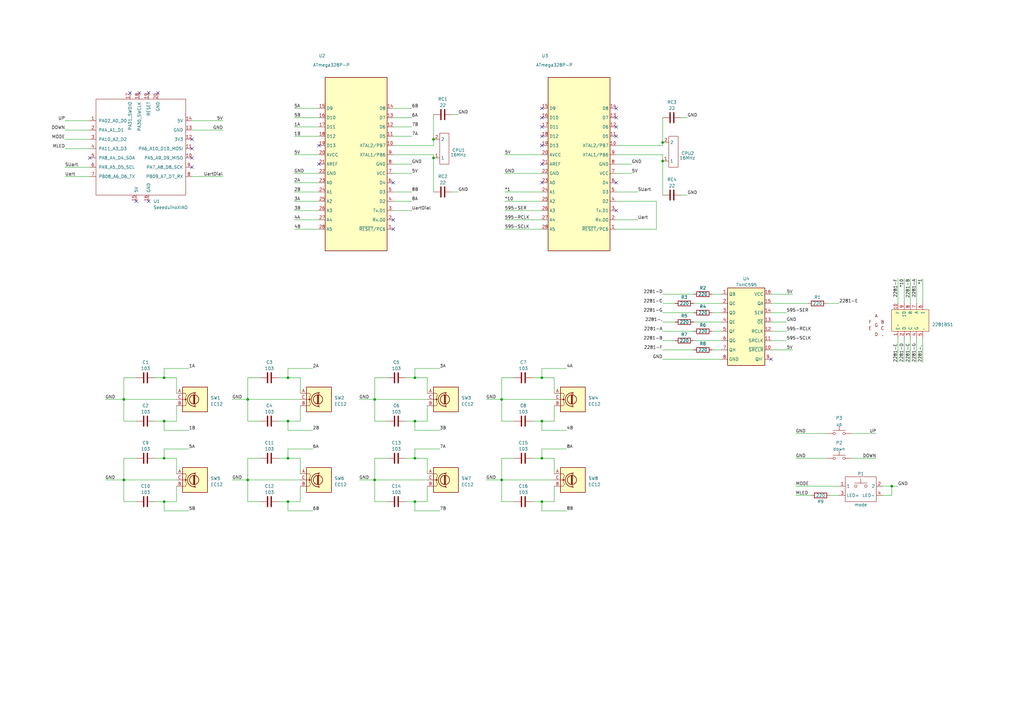
<source format=kicad_sch>
(kicad_sch (version 20230121) (generator eeschema)

  (uuid 33c2f9e4-7ccb-486c-ac6a-6f83bb66703d)

  (paper "A3")

  (title_block
    (title "Ark.*~ Product")
    (date "2023-06-10")
    (rev "ver 1.0")
    (company "Turm Design Works LLC.")
    (comment 1 "2023")
    (comment 2 "License : MIT")
  )

  (lib_symbols
    (symbol "2281BS:2281BS_7seg*2" (in_bom yes) (on_board yes)
      (property "Reference" "2281BS" (at -8.89 10.16 0)
        (effects (font (size 1.27 1.27)))
      )
      (property "Value" "" (at 0 2.54 0)
        (effects (font (size 1.27 1.27)))
      )
      (property "Footprint" "" (at 0 2.54 0)
        (effects (font (size 1.27 1.27)) hide)
      )
      (property "Datasheet" "" (at 0 2.54 0)
        (effects (font (size 1.27 1.27)) hide)
      )
      (symbol "2281BS_7seg*2_0_1"
        (rectangle (start -2.54 8.89) (end 12.7 0)
          (stroke (width 0) (type default))
          (fill (type background))
        )
        (text "." (at -6.35 -1.27 0)
          (effects (font (size 1.27 1.27)))
        )
        (text "A" (at -8.89 6.35 0)
          (effects (font (size 1.27 1.27)))
        )
        (text "B" (at -6.35 3.81 0)
          (effects (font (size 1.27 1.27)))
        )
        (text "C" (at -6.35 1.27 0)
          (effects (font (size 1.27 1.27)))
        )
        (text "D" (at -8.89 -1.27 0)
          (effects (font (size 1.27 1.27)))
        )
        (text "E" (at -11.43 1.27 0)
          (effects (font (size 1.27 1.27)))
        )
        (text "F" (at -11.43 3.81 0)
          (effects (font (size 1.27 1.27)))
        )
        (text "G" (at -8.89 2.54 0)
          (effects (font (size 1.27 1.27)))
        )
      )
      (symbol "2281BS_7seg*2_1_1"
        (pin input line (at 0 -2.54 90) (length 2.54)
          (name "E" (effects (font (size 1.27 1.27))))
          (number "1" (effects (font (size 1.27 1.27))))
        )
        (pin input line (at 0 11.43 270) (length 2.54)
          (name "F" (effects (font (size 1.27 1.27))))
          (number "10" (effects (font (size 1.27 1.27))))
        )
        (pin input line (at 2.54 -2.54 90) (length 2.54)
          (name "D" (effects (font (size 1.27 1.27))))
          (number "2" (effects (font (size 1.27 1.27))))
        )
        (pin input line (at 5.08 -2.54 90) (length 2.54)
          (name "C" (effects (font (size 1.27 1.27))))
          (number "3" (effects (font (size 1.27 1.27))))
        )
        (pin input line (at 7.62 -2.54 90) (length 2.54)
          (name "G" (effects (font (size 1.27 1.27))))
          (number "4" (effects (font (size 1.27 1.27))))
        )
        (pin input line (at 10.16 -2.54 90) (length 2.54)
          (name "." (effects (font (size 1.27 1.27))))
          (number "5" (effects (font (size 1.27 1.27))))
        )
        (pin input line (at 10.16 11.43 270) (length 2.54)
          (name "1" (effects (font (size 1.27 1.27))))
          (number "6" (effects (font (size 1.27 1.27))))
        )
        (pin input line (at 7.62 11.43 270) (length 2.54)
          (name "A" (effects (font (size 1.27 1.27))))
          (number "7" (effects (font (size 1.27 1.27))))
        )
        (pin input line (at 5.08 11.43 270) (length 2.54)
          (name "B" (effects (font (size 1.27 1.27))))
          (number "8" (effects (font (size 1.27 1.27))))
        )
        (pin input line (at 2.54 11.43 270) (length 2.54)
          (name "10" (effects (font (size 1.27 1.27))))
          (number "9" (effects (font (size 1.27 1.27))))
        )
      )
    )
    (symbol "Device:C" (pin_numbers hide) (pin_names (offset 0.254)) (in_bom yes) (on_board yes)
      (property "Reference" "C" (at 0.635 2.54 0)
        (effects (font (size 1.27 1.27)) (justify left))
      )
      (property "Value" "C" (at 0.635 -2.54 0)
        (effects (font (size 1.27 1.27)) (justify left))
      )
      (property "Footprint" "" (at 0.9652 -3.81 0)
        (effects (font (size 1.27 1.27)) hide)
      )
      (property "Datasheet" "~" (at 0 0 0)
        (effects (font (size 1.27 1.27)) hide)
      )
      (property "ki_keywords" "cap capacitor" (at 0 0 0)
        (effects (font (size 1.27 1.27)) hide)
      )
      (property "ki_description" "Unpolarized capacitor" (at 0 0 0)
        (effects (font (size 1.27 1.27)) hide)
      )
      (property "ki_fp_filters" "C_*" (at 0 0 0)
        (effects (font (size 1.27 1.27)) hide)
      )
      (symbol "C_0_1"
        (polyline
          (pts
            (xy -2.032 -0.762)
            (xy 2.032 -0.762)
          )
          (stroke (width 0.508) (type default))
          (fill (type none))
        )
        (polyline
          (pts
            (xy -2.032 0.762)
            (xy 2.032 0.762)
          )
          (stroke (width 0.508) (type default))
          (fill (type none))
        )
      )
      (symbol "C_1_1"
        (pin passive line (at 0 3.81 270) (length 2.794)
          (name "~" (effects (font (size 1.27 1.27))))
          (number "1" (effects (font (size 1.27 1.27))))
        )
        (pin passive line (at 0 -3.81 90) (length 2.794)
          (name "~" (effects (font (size 1.27 1.27))))
          (number "2" (effects (font (size 1.27 1.27))))
        )
      )
    )
    (symbol "Device:R" (pin_numbers hide) (pin_names (offset 0)) (in_bom yes) (on_board yes)
      (property "Reference" "R" (at 2.032 0 90)
        (effects (font (size 1.27 1.27)))
      )
      (property "Value" "R" (at 0 0 90)
        (effects (font (size 1.27 1.27)))
      )
      (property "Footprint" "" (at -1.778 0 90)
        (effects (font (size 1.27 1.27)) hide)
      )
      (property "Datasheet" "~" (at 0 0 0)
        (effects (font (size 1.27 1.27)) hide)
      )
      (property "ki_keywords" "R res resistor" (at 0 0 0)
        (effects (font (size 1.27 1.27)) hide)
      )
      (property "ki_description" "Resistor" (at 0 0 0)
        (effects (font (size 1.27 1.27)) hide)
      )
      (property "ki_fp_filters" "R_*" (at 0 0 0)
        (effects (font (size 1.27 1.27)) hide)
      )
      (symbol "R_0_1"
        (rectangle (start -1.016 -2.54) (end 1.016 2.54)
          (stroke (width 0.254) (type default))
          (fill (type none))
        )
      )
      (symbol "R_1_1"
        (pin passive line (at 0 3.81 270) (length 1.27)
          (name "~" (effects (font (size 1.27 1.27))))
          (number "1" (effects (font (size 1.27 1.27))))
        )
        (pin passive line (at 0 -3.81 90) (length 1.27)
          (name "~" (effects (font (size 1.27 1.27))))
          (number "2" (effects (font (size 1.27 1.27))))
        )
      )
    )
    (symbol "Device:RotaryEncoder" (pin_names (offset 0.254) hide) (in_bom yes) (on_board yes)
      (property "Reference" "SW" (at 0 6.604 0)
        (effects (font (size 1.27 1.27)))
      )
      (property "Value" "RotaryEncoder" (at 0 -6.604 0)
        (effects (font (size 1.27 1.27)))
      )
      (property "Footprint" "" (at -3.81 4.064 0)
        (effects (font (size 1.27 1.27)) hide)
      )
      (property "Datasheet" "~" (at 0 6.604 0)
        (effects (font (size 1.27 1.27)) hide)
      )
      (property "ki_keywords" "rotary switch encoder" (at 0 0 0)
        (effects (font (size 1.27 1.27)) hide)
      )
      (property "ki_description" "Rotary encoder, dual channel, incremental quadrate outputs" (at 0 0 0)
        (effects (font (size 1.27 1.27)) hide)
      )
      (property "ki_fp_filters" "RotaryEncoder*" (at 0 0 0)
        (effects (font (size 1.27 1.27)) hide)
      )
      (symbol "RotaryEncoder_0_1"
        (rectangle (start -5.08 5.08) (end 5.08 -5.08)
          (stroke (width 0.254) (type default))
          (fill (type background))
        )
        (circle (center -3.81 0) (radius 0.254)
          (stroke (width 0) (type default))
          (fill (type outline))
        )
        (circle (center -0.381 0) (radius 1.905)
          (stroke (width 0.254) (type default))
          (fill (type none))
        )
        (arc (start -0.381 2.667) (mid -3.0988 -0.0635) (end -0.381 -2.794)
          (stroke (width 0.254) (type default))
          (fill (type none))
        )
        (polyline
          (pts
            (xy -0.635 -1.778)
            (xy -0.635 1.778)
          )
          (stroke (width 0.254) (type default))
          (fill (type none))
        )
        (polyline
          (pts
            (xy -0.381 -1.778)
            (xy -0.381 1.778)
          )
          (stroke (width 0.254) (type default))
          (fill (type none))
        )
        (polyline
          (pts
            (xy -0.127 1.778)
            (xy -0.127 -1.778)
          )
          (stroke (width 0.254) (type default))
          (fill (type none))
        )
        (polyline
          (pts
            (xy -5.08 -2.54)
            (xy -3.81 -2.54)
            (xy -3.81 -2.032)
          )
          (stroke (width 0) (type default))
          (fill (type none))
        )
        (polyline
          (pts
            (xy -5.08 2.54)
            (xy -3.81 2.54)
            (xy -3.81 2.032)
          )
          (stroke (width 0) (type default))
          (fill (type none))
        )
        (polyline
          (pts
            (xy 0.254 -3.048)
            (xy -0.508 -2.794)
            (xy 0.127 -2.413)
          )
          (stroke (width 0.254) (type default))
          (fill (type none))
        )
        (polyline
          (pts
            (xy 0.254 2.921)
            (xy -0.508 2.667)
            (xy 0.127 2.286)
          )
          (stroke (width 0.254) (type default))
          (fill (type none))
        )
        (polyline
          (pts
            (xy -5.08 0)
            (xy -3.81 0)
            (xy -3.81 -1.016)
            (xy -3.302 -2.032)
          )
          (stroke (width 0) (type default))
          (fill (type none))
        )
        (polyline
          (pts
            (xy -4.318 0)
            (xy -3.81 0)
            (xy -3.81 1.016)
            (xy -3.302 2.032)
          )
          (stroke (width 0) (type default))
          (fill (type none))
        )
      )
      (symbol "RotaryEncoder_1_1"
        (pin passive line (at -7.62 2.54 0) (length 2.54)
          (name "A" (effects (font (size 1.27 1.27))))
          (number "A" (effects (font (size 1.27 1.27))))
        )
        (pin passive line (at -7.62 -2.54 0) (length 2.54)
          (name "B" (effects (font (size 1.27 1.27))))
          (number "B" (effects (font (size 1.27 1.27))))
        )
        (pin passive line (at -7.62 0 0) (length 2.54)
          (name "C" (effects (font (size 1.27 1.27))))
          (number "C" (effects (font (size 1.27 1.27))))
        )
      )
    )
    (symbol "HUSG-16MHz_1" (in_bom yes) (on_board yes)
      (property "Reference" "CPU1" (at 6.35 -0.635 0)
        (effects (font (size 1.27 1.27)) (justify left))
      )
      (property "Value" "16MHz" (at 8.89 -2.54 0)
        (effects (font (size 1.27 1.27)))
      )
      (property "Footprint" "MyLibrary:2tht-5.08" (at 0 0 0)
        (effects (font (size 1.27 1.27)) hide)
      )
      (property "Datasheet" "" (at 0 0 0)
        (effects (font (size 1.27 1.27)) hide)
      )
      (symbol "HUSG-16MHz_1_0_1"
        (rectangle (start 1.27 6.35) (end 5.08 -6.35)
          (stroke (width 0) (type default))
          (fill (type none))
        )
      )
      (symbol "HUSG-16MHz_1_1_1"
        (pin passive line (at -1.27 -3.81 0) (length 2.54)
          (name "1" (effects (font (size 1.27 1.27))))
          (number "1" (effects (font (size 1.27 1.27))))
        )
        (pin passive line (at -1.27 3.81 0) (length 2.54)
          (name "2" (effects (font (size 1.27 1.27))))
          (number "2" (effects (font (size 1.27 1.27))))
        )
      )
    )
    (symbol "MCU_Microchip_ATmega:ATmega328P-P" (in_bom yes) (on_board yes)
      (property "Reference" "U2" (at -13.97 44.45 0)
        (effects (font (size 1.27 1.27)))
      )
      (property "Value" "ATmega328P-P" (at -10.16 40.64 0)
        (effects (font (size 1.27 1.27)))
      )
      (property "Footprint" "Package_DIP:DIP-28_W7.62mm" (at 46.99 3.81 0)
        (effects (font (size 1.27 1.27) italic) hide)
      )
      (property "Datasheet" "http://ww1.microchip.com/downloads/en/DeviceDoc/ATmega328_P%20AVR%20MCU%20with%20picoPower%20Technology%20Data%20Sheet%2040001984A.pdf" (at 43.18 49.53 0)
        (effects (font (size 1.27 1.27)) hide)
      )
      (property "ki_keywords" "AVR 8bit Microcontroller MegaAVR PicoPower" (at 0 0 0)
        (effects (font (size 1.27 1.27)) hide)
      )
      (property "ki_description" "20MHz, 32kB Flash, 2kB SRAM, 1kB EEPROM, DIP-28" (at 0 0 0)
        (effects (font (size 1.27 1.27)) hide)
      )
      (property "ki_fp_filters" "DIP*W7.62mm*" (at 0 0 0)
        (effects (font (size 1.27 1.27)) hide)
      )
      (symbol "ATmega328P-P_0_1"
        (rectangle (start -12.7 35.56) (end 12.7 -35.56)
          (stroke (width 0.254) (type default))
          (fill (type background))
        )
      )
      (symbol "ATmega328P-P_1_1"
        (pin bidirectional line (at 15.24 -26.67 180) (length 2.54)
          (name "~{RESET}/PC6" (effects (font (size 1.27 1.27))))
          (number "1" (effects (font (size 1.27 1.27))))
        )
        (pin bidirectional line (at 15.24 7.62 180) (length 2.54)
          (name "XTAL2/PB7" (effects (font (size 1.27 1.27))))
          (number "10" (effects (font (size 1.27 1.27))))
        )
        (pin bidirectional line (at 15.24 11.43 180) (length 2.54)
          (name "D5" (effects (font (size 1.27 1.27))))
          (number "11" (effects (font (size 1.27 1.27))))
        )
        (pin bidirectional line (at 15.24 15.24 180) (length 2.54)
          (name "D6" (effects (font (size 1.27 1.27))))
          (number "12" (effects (font (size 1.27 1.27))))
        )
        (pin bidirectional line (at 15.24 19.05 180) (length 2.54)
          (name "D7" (effects (font (size 1.27 1.27))))
          (number "13" (effects (font (size 1.27 1.27))))
        )
        (pin bidirectional line (at 15.24 22.86 180) (length 2.54)
          (name "D8" (effects (font (size 1.27 1.27))))
          (number "14" (effects (font (size 1.27 1.27))))
        )
        (pin bidirectional line (at -15.24 22.86 0) (length 2.54)
          (name "D9" (effects (font (size 1.27 1.27))))
          (number "15" (effects (font (size 1.27 1.27))))
        )
        (pin bidirectional line (at -15.24 19.05 0) (length 2.54)
          (name "D10" (effects (font (size 1.27 1.27))))
          (number "16" (effects (font (size 1.27 1.27))))
        )
        (pin bidirectional line (at -15.24 15.24 0) (length 2.54)
          (name "D11" (effects (font (size 1.27 1.27))))
          (number "17" (effects (font (size 1.27 1.27))))
        )
        (pin bidirectional line (at -15.24 11.43 0) (length 2.54)
          (name "D12" (effects (font (size 1.27 1.27))))
          (number "18" (effects (font (size 1.27 1.27))))
        )
        (pin bidirectional line (at -15.24 7.62 0) (length 2.54)
          (name "D13" (effects (font (size 1.27 1.27))))
          (number "19" (effects (font (size 1.27 1.27))))
        )
        (pin bidirectional line (at 15.24 -22.86 180) (length 2.54)
          (name "Rx.D0" (effects (font (size 1.27 1.27))))
          (number "2" (effects (font (size 1.27 1.27))))
        )
        (pin power_in line (at -15.24 3.81 0) (length 2.54)
          (name "AVCC" (effects (font (size 1.27 1.27))))
          (number "20" (effects (font (size 1.27 1.27))))
        )
        (pin passive line (at -15.24 0 0) (length 2.54)
          (name "AREF" (effects (font (size 1.27 1.27))))
          (number "21" (effects (font (size 1.27 1.27))))
        )
        (pin passive line (at -15.24 -3.81 0) (length 2.54)
          (name "GND" (effects (font (size 1.27 1.27))))
          (number "22" (effects (font (size 1.27 1.27))))
        )
        (pin bidirectional line (at -15.24 -7.62 0) (length 2.54)
          (name "A0" (effects (font (size 1.27 1.27))))
          (number "23" (effects (font (size 1.27 1.27))))
        )
        (pin bidirectional line (at -15.24 -11.43 0) (length 2.54)
          (name "A1" (effects (font (size 1.27 1.27))))
          (number "24" (effects (font (size 1.27 1.27))))
        )
        (pin bidirectional line (at -15.24 -15.24 0) (length 2.54)
          (name "A2" (effects (font (size 1.27 1.27))))
          (number "25" (effects (font (size 1.27 1.27))))
        )
        (pin bidirectional line (at -15.24 -19.05 0) (length 2.54)
          (name "A3" (effects (font (size 1.27 1.27))))
          (number "26" (effects (font (size 1.27 1.27))))
        )
        (pin bidirectional line (at -15.24 -22.86 0) (length 2.54)
          (name "A4" (effects (font (size 1.27 1.27))))
          (number "27" (effects (font (size 1.27 1.27))))
        )
        (pin bidirectional line (at -15.24 -26.67 0) (length 2.54)
          (name "A5" (effects (font (size 1.27 1.27))))
          (number "28" (effects (font (size 1.27 1.27))))
        )
        (pin bidirectional line (at 15.24 -19.05 180) (length 2.54)
          (name "Tx.D1" (effects (font (size 1.27 1.27))))
          (number "3" (effects (font (size 1.27 1.27))))
        )
        (pin bidirectional line (at 15.24 -15.24 180) (length 2.54)
          (name "D2" (effects (font (size 1.27 1.27))))
          (number "4" (effects (font (size 1.27 1.27))))
        )
        (pin bidirectional line (at 15.24 -11.43 180) (length 2.54)
          (name "D3" (effects (font (size 1.27 1.27))))
          (number "5" (effects (font (size 1.27 1.27))))
        )
        (pin bidirectional line (at 15.24 -7.62 180) (length 2.54)
          (name "D4" (effects (font (size 1.27 1.27))))
          (number "6" (effects (font (size 1.27 1.27))))
        )
        (pin power_in line (at 15.24 -3.81 180) (length 2.54)
          (name "VCC" (effects (font (size 1.27 1.27))))
          (number "7" (effects (font (size 1.27 1.27))))
        )
        (pin power_in line (at 15.24 0 180) (length 2.54)
          (name "GND" (effects (font (size 1.27 1.27))))
          (number "8" (effects (font (size 1.27 1.27))))
        )
        (pin bidirectional line (at 15.24 3.81 180) (length 2.54)
          (name "XTAL1/PB6" (effects (font (size 1.27 1.27))))
          (number "9" (effects (font (size 1.27 1.27))))
        )
      )
    )
    (symbol "Seeduino-XIAO:SeeeduinoXIAO" (pin_names (offset 1.016)) (in_bom yes) (on_board yes)
      (property "Reference" "U" (at -19.05 22.86 0)
        (effects (font (size 1.27 1.27)))
      )
      (property "Value" "SeeeduinoXIAO" (at -12.7 21.59 0)
        (effects (font (size 1.27 1.27)))
      )
      (property "Footprint" "" (at -8.89 5.08 0)
        (effects (font (size 1.27 1.27)) hide)
      )
      (property "Datasheet" "" (at -8.89 5.08 0)
        (effects (font (size 1.27 1.27)) hide)
      )
      (symbol "SeeeduinoXIAO_0_1"
        (rectangle (start -19.05 20.32) (end 17.78 -19.05)
          (stroke (width 0) (type solid))
          (fill (type none))
        )
      )
      (symbol "SeeeduinoXIAO_1_1"
        (pin unspecified line (at -21.59 11.43 0) (length 2.54)
          (name "PA02_A0_D0" (effects (font (size 1.27 1.27))))
          (number "1" (effects (font (size 1.27 1.27))))
        )
        (pin unspecified line (at 20.32 -3.81 180) (length 2.54)
          (name "PA5_A9_D9_MISO" (effects (font (size 1.27 1.27))))
          (number "10" (effects (font (size 1.27 1.27))))
        )
        (pin unspecified line (at 20.32 0 180) (length 2.54)
          (name "PA6_A10_D10_MOSI" (effects (font (size 1.27 1.27))))
          (number "11" (effects (font (size 1.27 1.27))))
        )
        (pin unspecified line (at 20.32 3.81 180) (length 2.54)
          (name "3V3" (effects (font (size 1.27 1.27))))
          (number "12" (effects (font (size 1.27 1.27))))
        )
        (pin unspecified line (at 20.32 7.62 180) (length 2.54)
          (name "GND" (effects (font (size 1.27 1.27))))
          (number "13" (effects (font (size 1.27 1.27))))
        )
        (pin unspecified line (at 20.32 11.43 180) (length 2.54)
          (name "5V" (effects (font (size 1.27 1.27))))
          (number "14" (effects (font (size 1.27 1.27))))
        )
        (pin input line (at -2.54 -21.59 90) (length 2.54)
          (name "5V" (effects (font (size 1.27 1.27))))
          (number "15" (effects (font (size 1.27 1.27))))
        )
        (pin input line (at 2.54 -21.59 90) (length 2.54)
          (name "GND" (effects (font (size 1.27 1.27))))
          (number "16" (effects (font (size 1.27 1.27))))
        )
        (pin input line (at -5.08 22.86 270) (length 2.54)
          (name "PA31_SWDIO" (effects (font (size 1.27 1.27))))
          (number "17" (effects (font (size 1.27 1.27))))
        )
        (pin input line (at -1.27 22.86 270) (length 2.54)
          (name "PA30_SWCLK" (effects (font (size 1.27 1.27))))
          (number "18" (effects (font (size 1.27 1.27))))
        )
        (pin input line (at 2.54 22.86 270) (length 2.54)
          (name "RESET" (effects (font (size 1.27 1.27))))
          (number "19" (effects (font (size 1.27 1.27))))
        )
        (pin unspecified line (at -21.59 7.62 0) (length 2.54)
          (name "PA4_A1_D1" (effects (font (size 1.27 1.27))))
          (number "2" (effects (font (size 1.27 1.27))))
        )
        (pin input line (at 6.35 22.86 270) (length 2.54)
          (name "GND" (effects (font (size 1.27 1.27))))
          (number "20" (effects (font (size 1.27 1.27))))
        )
        (pin unspecified line (at -21.59 3.81 0) (length 2.54)
          (name "PA10_A2_D2" (effects (font (size 1.27 1.27))))
          (number "3" (effects (font (size 1.27 1.27))))
        )
        (pin unspecified line (at -21.59 0 0) (length 2.54)
          (name "PA11_A3_D3" (effects (font (size 1.27 1.27))))
          (number "4" (effects (font (size 1.27 1.27))))
        )
        (pin unspecified line (at -21.59 -3.81 0) (length 2.54)
          (name "PA8_A4_D4_SDA" (effects (font (size 1.27 1.27))))
          (number "5" (effects (font (size 1.27 1.27))))
        )
        (pin unspecified line (at -21.59 -7.62 0) (length 2.54)
          (name "PA9_A5_D5_SCL" (effects (font (size 1.27 1.27))))
          (number "6" (effects (font (size 1.27 1.27))))
        )
        (pin unspecified line (at -21.59 -11.43 0) (length 2.54)
          (name "PB08_A6_D6_TX" (effects (font (size 1.27 1.27))))
          (number "7" (effects (font (size 1.27 1.27))))
        )
        (pin unspecified line (at 20.32 -11.43 180) (length 2.54)
          (name "PB09_A7_D7_RX" (effects (font (size 1.27 1.27))))
          (number "8" (effects (font (size 1.27 1.27))))
        )
        (pin unspecified line (at 20.32 -7.62 180) (length 2.54)
          (name "PA7_A8_D8_SCK" (effects (font (size 1.27 1.27))))
          (number "9" (effects (font (size 1.27 1.27))))
        )
      )
    )
    (symbol "Switch:SW_Push" (pin_numbers hide) (pin_names (offset 1.016) hide) (in_bom yes) (on_board yes)
      (property "Reference" "SW" (at 1.27 2.54 0)
        (effects (font (size 1.27 1.27)) (justify left))
      )
      (property "Value" "SW_Push" (at 0 -1.524 0)
        (effects (font (size 1.27 1.27)))
      )
      (property "Footprint" "" (at 0 5.08 0)
        (effects (font (size 1.27 1.27)) hide)
      )
      (property "Datasheet" "~" (at 0 5.08 0)
        (effects (font (size 1.27 1.27)) hide)
      )
      (property "ki_keywords" "switch normally-open pushbutton push-button" (at 0 0 0)
        (effects (font (size 1.27 1.27)) hide)
      )
      (property "ki_description" "Push button switch, generic, two pins" (at 0 0 0)
        (effects (font (size 1.27 1.27)) hide)
      )
      (symbol "SW_Push_0_1"
        (circle (center -2.032 0) (radius 0.508)
          (stroke (width 0) (type default))
          (fill (type none))
        )
        (polyline
          (pts
            (xy 0 1.27)
            (xy 0 3.048)
          )
          (stroke (width 0) (type default))
          (fill (type none))
        )
        (polyline
          (pts
            (xy 2.54 1.27)
            (xy -2.54 1.27)
          )
          (stroke (width 0) (type default))
          (fill (type none))
        )
        (circle (center 2.032 0) (radius 0.508)
          (stroke (width 0) (type default))
          (fill (type none))
        )
        (pin passive line (at -5.08 0 0) (length 2.54)
          (name "1" (effects (font (size 1.27 1.27))))
          (number "1" (effects (font (size 1.27 1.27))))
        )
        (pin passive line (at 5.08 0 180) (length 2.54)
          (name "2" (effects (font (size 1.27 1.27))))
          (number "2" (effects (font (size 1.27 1.27))))
        )
      )
    )
    (symbol "user:74HC595AG" (in_bom yes) (on_board yes)
      (property "Reference" "U" (at -7.62 13.97 0)
        (effects (font (size 1.27 1.27)))
      )
      (property "Value" "74HC595" (at -7.62 -20.32 0)
        (effects (font (size 1.27 1.27)))
      )
      (property "Footprint" "" (at 0 0 0)
        (effects (font (size 1.27 1.27)) hide)
      )
      (property "Datasheet" "http://www.ti.com/lit/ds/symlink/sn74hc595.pdf" (at 3.81 -22.86 0)
        (effects (font (size 1.27 1.27)) hide)
      )
      (property "ki_keywords" "HCMOS SR 3State" (at 0 0 0)
        (effects (font (size 1.27 1.27)) hide)
      )
      (property "ki_description" "8-bit serial in/out Shift Register 3-State Outputs" (at 0 0 0)
        (effects (font (size 1.27 1.27)) hide)
      )
      (property "ki_fp_filters" "DIP*W7.62mm* SOIC*3.9x9.9mm*P1.27mm* TSSOP*4.4x5mm*P0.65mm* SOIC*5.3x10.2mm*P1.27mm* SOIC*7.5x10.3mm*P1.27mm*" (at 0 0 0)
        (effects (font (size 1.27 1.27)) hide)
      )
      (symbol "74HC595AG_1_0"
        (pin tri_state line (at -10.16 10.16 0) (length 2.54)
          (name "QB" (effects (font (size 1.27 1.27))))
          (number "1" (effects (font (size 1.27 1.27))))
        )
        (pin input line (at 10.16 -12.7 180) (length 2.54)
          (name "~{SRCLR}" (effects (font (size 1.27 1.27))))
          (number "10" (effects (font (size 1.27 1.27))))
        )
        (pin input line (at 10.16 -8.89 180) (length 2.54)
          (name "SRCLK" (effects (font (size 1.27 1.27))))
          (number "11" (effects (font (size 1.27 1.27))))
        )
        (pin input line (at 10.16 -5.08 180) (length 2.54)
          (name "RCLK" (effects (font (size 1.27 1.27))))
          (number "12" (effects (font (size 1.27 1.27))))
        )
        (pin input line (at 10.16 -1.27 180) (length 2.54)
          (name "~{OE}" (effects (font (size 1.27 1.27))))
          (number "13" (effects (font (size 1.27 1.27))))
        )
        (pin input line (at 10.16 2.54 180) (length 2.54)
          (name "SER" (effects (font (size 1.27 1.27))))
          (number "14" (effects (font (size 1.27 1.27))))
        )
        (pin tri_state line (at 10.16 6.35 180) (length 2.54)
          (name "QA" (effects (font (size 1.27 1.27))))
          (number "15" (effects (font (size 1.27 1.27))))
        )
        (pin power_in line (at 10.16 10.16 180) (length 2.54)
          (name "VCC" (effects (font (size 1.27 1.27))))
          (number "16" (effects (font (size 1.27 1.27))))
        )
        (pin tri_state line (at -10.16 6.35 0) (length 2.54)
          (name "QC" (effects (font (size 1.27 1.27))))
          (number "2" (effects (font (size 1.27 1.27))))
        )
        (pin tri_state line (at -10.16 2.54 0) (length 2.54)
          (name "QD" (effects (font (size 1.27 1.27))))
          (number "3" (effects (font (size 1.27 1.27))))
        )
        (pin tri_state line (at -10.16 -1.27 0) (length 2.54)
          (name "QE" (effects (font (size 1.27 1.27))))
          (number "4" (effects (font (size 1.27 1.27))))
        )
        (pin tri_state line (at -10.16 -5.08 0) (length 2.54)
          (name "QF" (effects (font (size 1.27 1.27))))
          (number "5" (effects (font (size 1.27 1.27))))
        )
        (pin tri_state line (at -10.16 -8.89 0) (length 2.54)
          (name "QG" (effects (font (size 1.27 1.27))))
          (number "6" (effects (font (size 1.27 1.27))))
        )
        (pin tri_state line (at -10.16 -12.7 0) (length 2.54)
          (name "QH" (effects (font (size 1.27 1.27))))
          (number "7" (effects (font (size 1.27 1.27))))
        )
        (pin power_in line (at -10.16 -16.51 0) (length 2.54)
          (name "GND" (effects (font (size 1.27 1.27))))
          (number "8" (effects (font (size 1.27 1.27))))
        )
        (pin output line (at 10.16 -16.51 180) (length 2.54)
          (name "QH'" (effects (font (size 1.27 1.27))))
          (number "9" (effects (font (size 1.27 1.27))))
        )
      )
      (symbol "74HC595AG_1_1"
        (rectangle (start -7.62 12.7) (end 7.62 -19.05)
          (stroke (width 0.254) (type default))
          (fill (type background))
        )
      )
    )
    (symbol "user:HUSG-16MHz" (in_bom yes) (on_board yes)
      (property "Reference" "CPU" (at 0 0 0)
        (effects (font (size 1.27 1.27)))
      )
      (property "Value" "" (at 0 0 0)
        (effects (font (size 1.27 1.27)))
      )
      (property "Footprint" "" (at 0 0 0)
        (effects (font (size 1.27 1.27)) hide)
      )
      (property "Datasheet" "" (at 0 0 0)
        (effects (font (size 1.27 1.27)) hide)
      )
      (symbol "HUSG-16MHz_0_1"
        (rectangle (start 1.27 6.35) (end 5.08 -6.35)
          (stroke (width 0) (type default))
          (fill (type none))
        )
      )
      (symbol "HUSG-16MHz_1_1"
        (pin passive line (at -1.27 -3.81 0) (length 2.54)
          (name "1" (effects (font (size 1.27 1.27))))
          (number "1" (effects (font (size 1.27 1.27))))
        )
        (pin passive line (at -1.27 3.81 0) (length 2.54)
          (name "2" (effects (font (size 1.27 1.27))))
          (number "2" (effects (font (size 1.27 1.27))))
        )
      )
    )
    (symbol "user:LS601-CU" (in_bom yes) (on_board yes)
      (property "Reference" "SW" (at 0 5.08 0)
        (effects (font (size 1.27 1.27)))
      )
      (property "Value" "" (at 0 0 0)
        (effects (font (size 1.27 1.27)))
      )
      (property "Footprint" "" (at 0 0 0)
        (effects (font (size 1.27 1.27)) hide)
      )
      (property "Datasheet" "" (at 0 0 0)
        (effects (font (size 1.27 1.27)) hide)
      )
      (symbol "LS601-CU_0_1"
        (circle (center -2.032 0) (radius 0.508)
          (stroke (width 0) (type default))
          (fill (type none))
        )
        (polyline
          (pts
            (xy 0 1.27)
            (xy 0 3.048)
          )
          (stroke (width 0) (type default))
          (fill (type none))
        )
        (polyline
          (pts
            (xy 2.54 1.27)
            (xy -2.54 1.27)
          )
          (stroke (width 0) (type default))
          (fill (type none))
        )
        (circle (center 2.032 0) (radius 0.508)
          (stroke (width 0) (type default))
          (fill (type none))
        )
        (rectangle (start 6.35 3.81) (end -6.35 -6.35)
          (stroke (width 0) (type default))
          (fill (type none))
        )
        (pin passive line (at -8.89 0 0) (length 2.54)
          (name "1" (effects (font (size 1.27 1.27))))
          (number "1" (effects (font (size 1.27 1.27))))
        )
        (pin passive line (at 8.89 0 180) (length 2.54)
          (name "2" (effects (font (size 1.27 1.27))))
          (number "2" (effects (font (size 1.27 1.27))))
        )
      )
      (symbol "LS601-CU_1_1"
        (pin bidirectional line (at -8.89 -3.81 0) (length 2.54)
          (name "LED+" (effects (font (size 1.27 1.27))))
          (number "3" (effects (font (size 1.27 1.27))))
        )
        (pin bidirectional line (at 8.89 -3.81 180) (length 2.54)
          (name "LED-" (effects (font (size 1.27 1.27))))
          (number "4" (effects (font (size 1.27 1.27))))
        )
      )
    )
  )

  (junction (at 170.18 154.94) (diameter 0) (color 0 0 0 0)
    (uuid 04fe9bdc-a9e4-4db1-bc8f-26b672749e1f)
  )
  (junction (at 205.74 163.83) (diameter 0) (color 0 0 0 0)
    (uuid 272b990a-5b6f-4e06-9ffc-b7401a643f39)
  )
  (junction (at 222.25 172.72) (diameter 0) (color 0 0 0 0)
    (uuid 2ceb08b3-39d3-4d38-b8b3-5672909192de)
  )
  (junction (at 67.31 187.96) (diameter 0) (color 0 0 0 0)
    (uuid 2e2ddc95-2e29-4b12-90e5-9d99c6c25e6d)
  )
  (junction (at 118.11 172.72) (diameter 0) (color 0 0 0 0)
    (uuid 2f7f5127-1a59-40b4-98bf-b6fea706abe0)
  )
  (junction (at 170.18 172.72) (diameter 0) (color 0 0 0 0)
    (uuid 302ca406-e9f7-4d16-b8a6-ee574c31f2f5)
  )
  (junction (at 177.8 57.15) (diameter 0) (color 0 0 0 0)
    (uuid 31b620fb-4461-4568-800a-53a4657e9162)
  )
  (junction (at 101.6 163.83) (diameter 0) (color 0 0 0 0)
    (uuid 357f3f3d-8a93-4460-bcb0-3c391653789e)
  )
  (junction (at 67.31 172.72) (diameter 0) (color 0 0 0 0)
    (uuid 412fbbd9-fd1d-443b-8ffc-cbb40ad90f82)
  )
  (junction (at 222.25 205.74) (diameter 0) (color 0 0 0 0)
    (uuid 4e28de25-d7a3-4e08-a8b7-26ff395c4c99)
  )
  (junction (at 222.25 154.94) (diameter 0) (color 0 0 0 0)
    (uuid 52a69b8b-29fa-44db-a5b9-b798fa1179c7)
  )
  (junction (at 118.11 154.94) (diameter 0) (color 0 0 0 0)
    (uuid 7ec719ae-e91c-4752-9c0c-f8fc3e9ac645)
  )
  (junction (at 205.74 196.85) (diameter 0) (color 0 0 0 0)
    (uuid 7fed89bc-67c3-454a-a826-b614f40d5b73)
  )
  (junction (at 118.11 187.96) (diameter 0) (color 0 0 0 0)
    (uuid 957ee30e-c02b-4ddd-ad5b-4e2c6f0850f4)
  )
  (junction (at 170.18 187.96) (diameter 0) (color 0 0 0 0)
    (uuid 9a2d84fa-f764-45fc-931a-a85d87c9fc20)
  )
  (junction (at 50.8 196.85) (diameter 0) (color 0 0 0 0)
    (uuid 9a866a11-6e4c-415c-8b24-9efd7c1973c0)
  )
  (junction (at 365.76 199.39) (diameter 0) (color 0 0 0 0)
    (uuid a1ecaabd-2271-42db-b347-9b3079b7d4af)
  )
  (junction (at 271.78 66.04) (diameter 0) (color 0 0 0 0)
    (uuid b6306613-79cc-4460-a41b-74c8d18c0e9b)
  )
  (junction (at 50.8 163.83) (diameter 0) (color 0 0 0 0)
    (uuid c248e21c-ca6c-439e-bc5d-0c47f91d9aa3)
  )
  (junction (at 153.67 163.83) (diameter 0) (color 0 0 0 0)
    (uuid c4975007-adb7-4259-b29f-bd40a300b825)
  )
  (junction (at 101.6 196.85) (diameter 0) (color 0 0 0 0)
    (uuid c56a044e-4f7a-41f5-b15c-fcc261541a6c)
  )
  (junction (at 170.18 205.74) (diameter 0) (color 0 0 0 0)
    (uuid dc7b910d-b418-40be-aa5f-d8cdcd6a35d5)
  )
  (junction (at 67.31 154.94) (diameter 0) (color 0 0 0 0)
    (uuid dedc25b4-49d1-4a29-b87f-112896484fd0)
  )
  (junction (at 271.78 58.42) (diameter 0) (color 0 0 0 0)
    (uuid e0d40720-a4c0-48e8-a9c8-242889bdcf3d)
  )
  (junction (at 67.31 205.74) (diameter 0) (color 0 0 0 0)
    (uuid eec7f00c-3dc6-41d6-bb27-27f8118d2a3c)
  )
  (junction (at 177.8 64.77) (diameter 0) (color 0 0 0 0)
    (uuid f168b5a0-4745-4782-abf9-e74d20cf1782)
  )
  (junction (at 222.25 187.96) (diameter 0) (color 0 0 0 0)
    (uuid f4a171aa-3518-4e52-a90b-58f0f24def9f)
  )
  (junction (at 153.67 196.85) (diameter 0) (color 0 0 0 0)
    (uuid f4e82c15-a484-4cc6-b72f-73ed5367054c)
  )
  (junction (at 118.11 205.74) (diameter 0) (color 0 0 0 0)
    (uuid f671cfa7-80d1-40a2-b098-494eb8e9de20)
  )

  (no_connect (at 222.25 52.07) (uuid 0282a46a-5884-4f29-b593-ec45ebc64503))
  (no_connect (at 252.73 44.45) (uuid 09251593-e722-4a60-827a-bb87a5313156))
  (no_connect (at 36.83 64.77) (uuid 0b9a2aa1-7190-4a6d-9d05-01f5c7d0a50c))
  (no_connect (at 161.29 74.93) (uuid 0bd7fdb3-6f99-4678-a042-47019890e891))
  (no_connect (at 53.34 38.1) (uuid 0ffd5250-5d99-42df-a14b-001e5b764fbf))
  (no_connect (at 130.81 59.69) (uuid 23498faf-cff6-4b9d-9f68-94379bc10d81))
  (no_connect (at 60.96 38.1) (uuid 386e4eb8-7ff6-4aa5-ab67-014bf2d12785))
  (no_connect (at 57.15 38.1) (uuid 3fb5c61b-6dd1-4cb5-9193-1c1fe9204bd3))
  (no_connect (at 222.25 44.45) (uuid 452d2335-fb73-4820-8a88-09495e2811d4))
  (no_connect (at 222.25 67.31) (uuid 54293e06-3056-42a4-a73b-5df12c9ffb58))
  (no_connect (at 78.74 68.58) (uuid 549801c0-d07a-4518-9046-27cea0014e90))
  (no_connect (at 60.96 82.55) (uuid 6171e1b9-bd77-4c1b-a3b6-abf6d3058b8d))
  (no_connect (at 252.73 86.36) (uuid 67b85df5-9926-45c1-9094-47e5a380268b))
  (no_connect (at 252.73 52.07) (uuid 68f54b12-a891-4e38-89a7-19076667f0ba))
  (no_connect (at 316.23 147.32) (uuid 6ef3de92-f4b2-4db0-b073-5e5cab16c3b4))
  (no_connect (at 252.73 55.88) (uuid 6efabecc-9b5b-4e96-84fb-e0cf905ce69a))
  (no_connect (at 78.74 64.77) (uuid 7140c167-d9c9-4ef5-9c0d-6e1a59763d85))
  (no_connect (at 161.29 90.17) (uuid 7aceb043-12a9-4391-85e6-d0030843ab01))
  (no_connect (at 64.77 38.1) (uuid 7db76524-6496-4c35-9c5d-b01968031437))
  (no_connect (at 55.88 82.55) (uuid 8f1d8973-1a1a-4a9b-87e2-4b76661d30cc))
  (no_connect (at 252.73 48.26) (uuid 98875228-507a-4c01-9ab2-9b46175287d9))
  (no_connect (at 222.25 74.93) (uuid b380a22d-56bc-46b8-bf9a-d8a421e86f04))
  (no_connect (at 130.81 67.31) (uuid c1d8c857-b270-4ab7-b225-0f386060b20e))
  (no_connect (at 252.73 74.93) (uuid d19da930-786e-42d2-920a-5446dfd1e88a))
  (no_connect (at 78.74 57.15) (uuid d63e47be-5b19-4e38-82ef-81225707296b))
  (no_connect (at 222.25 48.26) (uuid dc7af352-ab92-48cc-8cdb-6ca737789d6a))
  (no_connect (at 222.25 55.88) (uuid e7476498-6187-4a23-a09f-a7ac0c7d9695))
  (no_connect (at 161.29 93.98) (uuid ede7977a-10ce-42c2-a999-565d7509354e))
  (no_connect (at 222.25 59.69) (uuid f2e859f2-bb22-47a9-ab34-2a4705384d1a))
  (no_connect (at 78.74 60.96) (uuid fd0fc804-8bf1-4b25-8662-c20770bc33ba))

  (wire (pts (xy 271.78 48.26) (xy 271.78 58.42))
    (stroke (width 0) (type default))
    (uuid 000a3760-4d86-49e8-9727-9d370c5bcb29)
  )
  (wire (pts (xy 180.34 176.53) (xy 170.18 176.53))
    (stroke (width 0) (type default))
    (uuid 0045c44f-8e7f-4bf2-8771-1eddee2d8bdf)
  )
  (wire (pts (xy 227.33 172.72) (xy 222.25 172.72))
    (stroke (width 0) (type default))
    (uuid 03823c77-5fd2-4e3d-8f9f-e897ff4a01b3)
  )
  (wire (pts (xy 123.19 187.96) (xy 123.19 194.31))
    (stroke (width 0) (type default))
    (uuid 054a6aab-3059-487c-95d0-372ab1f221b2)
  )
  (wire (pts (xy 118.11 172.72) (xy 118.11 176.53))
    (stroke (width 0) (type default))
    (uuid 0628c8e0-1607-441e-b3a3-b7a877a452a2)
  )
  (wire (pts (xy 252.73 63.5) (xy 271.78 63.5))
    (stroke (width 0) (type default))
    (uuid 07d9bbbc-c013-4fb9-9480-338a95566209)
  )
  (wire (pts (xy 123.19 166.37) (xy 123.19 172.72))
    (stroke (width 0) (type default))
    (uuid 093864fc-6d85-402a-bc11-c46dd5a8ad22)
  )
  (wire (pts (xy 271.78 143.51) (xy 284.48 143.51))
    (stroke (width 0) (type default))
    (uuid 094c0a9b-4b55-4acc-bdc2-51e5f62bdb5d)
  )
  (wire (pts (xy 271.78 132.08) (xy 276.86 132.08))
    (stroke (width 0) (type default))
    (uuid 0b384d73-45ea-4891-a72a-54527069a7a3)
  )
  (wire (pts (xy 118.11 205.74) (xy 118.11 209.55))
    (stroke (width 0) (type default))
    (uuid 0b3f7a09-2e42-4b90-ab27-8ae8757622a4)
  )
  (wire (pts (xy 114.3 187.96) (xy 118.11 187.96))
    (stroke (width 0) (type default))
    (uuid 0bb208b7-b126-4e33-895d-9ec0bc648cdc)
  )
  (wire (pts (xy 205.74 196.85) (xy 227.33 196.85))
    (stroke (width 0) (type default))
    (uuid 0d8ef354-d9d5-41bb-a8cd-d14fcb4216a7)
  )
  (wire (pts (xy 227.33 199.39) (xy 227.33 205.74))
    (stroke (width 0) (type default))
    (uuid 0db197bb-4953-405e-a646-b8d52f1e0fd9)
  )
  (wire (pts (xy 207.01 82.55) (xy 222.25 82.55))
    (stroke (width 0) (type default))
    (uuid 0e8a1df4-0667-4dd6-a2b3-173340984a7a)
  )
  (wire (pts (xy 227.33 187.96) (xy 227.33 194.31))
    (stroke (width 0) (type default))
    (uuid 1072622f-7129-43bd-938a-7201baf0d565)
  )
  (wire (pts (xy 120.65 55.88) (xy 130.81 55.88))
    (stroke (width 0) (type default))
    (uuid 108816ff-f01a-457f-aa06-d35ec41faa2a)
  )
  (wire (pts (xy 271.78 66.04) (xy 271.78 80.01))
    (stroke (width 0) (type default))
    (uuid 10c120e8-ae6b-4e07-a1bd-8180cbceb0c4)
  )
  (wire (pts (xy 118.11 187.96) (xy 123.19 187.96))
    (stroke (width 0) (type default))
    (uuid 11e5e7f5-0608-4128-81d7-3f3ebc0376b0)
  )
  (wire (pts (xy 170.18 205.74) (xy 170.18 209.55))
    (stroke (width 0) (type default))
    (uuid 11f348aa-11e3-4524-b727-b9de9c848387)
  )
  (wire (pts (xy 339.09 124.46) (xy 344.17 124.46))
    (stroke (width 0) (type default))
    (uuid 11f5c2f2-f244-4e08-8bc6-c19becd69315)
  )
  (wire (pts (xy 232.41 184.15) (xy 222.25 184.15))
    (stroke (width 0) (type default))
    (uuid 16157729-4fae-4901-bce0-06c6861fd813)
  )
  (wire (pts (xy 161.29 78.74) (xy 168.91 78.74))
    (stroke (width 0) (type default))
    (uuid 16c613e2-13cb-4e0a-bc3f-9b03aa61c3ee)
  )
  (wire (pts (xy 175.26 154.94) (xy 175.26 161.29))
    (stroke (width 0) (type default))
    (uuid 1763a50e-5a20-457a-bbb0-1bb6f48359cb)
  )
  (wire (pts (xy 326.39 187.96) (xy 339.09 187.96))
    (stroke (width 0) (type default))
    (uuid 1787ddae-c266-43ea-b319-f029960ac9de)
  )
  (wire (pts (xy 72.39 205.74) (xy 67.31 205.74))
    (stroke (width 0) (type default))
    (uuid 17e72dd3-74c1-42a7-9a2b-92d09fe58905)
  )
  (wire (pts (xy 128.27 151.13) (xy 118.11 151.13))
    (stroke (width 0) (type default))
    (uuid 1811d690-eed3-440c-a066-d27af6bf5b9a)
  )
  (wire (pts (xy 55.88 205.74) (xy 50.8 205.74))
    (stroke (width 0) (type default))
    (uuid 185a766c-5a12-46b1-a6b1-7c9f1310e537)
  )
  (wire (pts (xy 170.18 172.72) (xy 170.18 176.53))
    (stroke (width 0) (type default))
    (uuid 19d8587a-499a-461f-9667-56343f09ac58)
  )
  (wire (pts (xy 95.25 196.85) (xy 101.6 196.85))
    (stroke (width 0) (type default))
    (uuid 1b3c11e5-59c0-4b59-850f-ce024a65a61d)
  )
  (wire (pts (xy 222.25 205.74) (xy 222.25 209.55))
    (stroke (width 0) (type default))
    (uuid 1d58243f-de55-438a-a2aa-c3e8be145946)
  )
  (wire (pts (xy 180.34 209.55) (xy 170.18 209.55))
    (stroke (width 0) (type default))
    (uuid 1ea1d6ae-1f05-4353-9730-0091066e0a24)
  )
  (wire (pts (xy 161.29 48.26) (xy 168.91 48.26))
    (stroke (width 0) (type default))
    (uuid 1f510332-5780-4b62-bbe5-0719b01e5d3a)
  )
  (wire (pts (xy 284.48 132.08) (xy 295.91 132.08))
    (stroke (width 0) (type default))
    (uuid 226c35cf-05d5-417a-9674-392ef6fc09db)
  )
  (wire (pts (xy 161.29 86.36) (xy 168.91 86.36))
    (stroke (width 0) (type default))
    (uuid 26a9e0fd-16d9-4d09-a5cd-740c74d811ce)
  )
  (wire (pts (xy 67.31 184.15) (xy 67.31 187.96))
    (stroke (width 0) (type default))
    (uuid 272e449b-5988-4c25-9dbf-319a5389b840)
  )
  (wire (pts (xy 316.23 128.27) (xy 322.58 128.27))
    (stroke (width 0) (type default))
    (uuid 28820bea-8b32-413a-8f49-9a85b6851cab)
  )
  (wire (pts (xy 101.6 205.74) (xy 101.6 196.85))
    (stroke (width 0) (type default))
    (uuid 28935d79-8997-4cb0-8d59-2aa2615a28cd)
  )
  (wire (pts (xy 180.34 151.13) (xy 170.18 151.13))
    (stroke (width 0) (type default))
    (uuid 2b6f271f-9789-4c9a-9d55-ae08b393a162)
  )
  (wire (pts (xy 370.84 138.43) (xy 370.84 148.59))
    (stroke (width 0) (type default))
    (uuid 2cac8a79-fdaa-4562-a9e6-f455a05e3794)
  )
  (wire (pts (xy 378.46 138.43) (xy 378.46 148.59))
    (stroke (width 0) (type default))
    (uuid 2ce10c9e-8229-4a26-b43a-dd70fb9a10d1)
  )
  (wire (pts (xy 158.75 187.96) (xy 153.67 187.96))
    (stroke (width 0) (type default))
    (uuid 2cf181a2-969d-45b8-b90f-e6c3daeb6af1)
  )
  (wire (pts (xy 271.78 120.65) (xy 284.48 120.65))
    (stroke (width 0) (type default))
    (uuid 2cf97cdb-7b4b-4fe5-858a-74e6ae9ea2ad)
  )
  (wire (pts (xy 207.01 63.5) (xy 222.25 63.5))
    (stroke (width 0) (type default))
    (uuid 2eb3241c-67e1-4fc8-8097-9dd67e205636)
  )
  (wire (pts (xy 205.74 154.94) (xy 205.74 163.83))
    (stroke (width 0) (type default))
    (uuid 2fd4b53f-e7d2-4c7b-baf5-d2cd7f8ec0a0)
  )
  (wire (pts (xy 252.73 90.17) (xy 261.62 90.17))
    (stroke (width 0) (type default))
    (uuid 31685984-1931-42f0-b44d-df9f7a45f694)
  )
  (wire (pts (xy 218.44 154.94) (xy 222.25 154.94))
    (stroke (width 0) (type default))
    (uuid 322879d4-71c4-4b12-8736-ad515ade5e3e)
  )
  (wire (pts (xy 207.01 86.36) (xy 222.25 86.36))
    (stroke (width 0) (type default))
    (uuid 329a7acb-7060-46ca-9fe5-756326a53d49)
  )
  (wire (pts (xy 120.65 90.17) (xy 130.81 90.17))
    (stroke (width 0) (type default))
    (uuid 33567964-3a73-443c-8972-4197a96c2fe6)
  )
  (wire (pts (xy 120.65 93.98) (xy 130.81 93.98))
    (stroke (width 0) (type default))
    (uuid 3360e6e3-9e56-413f-beb3-4235e79a8459)
  )
  (wire (pts (xy 72.39 154.94) (xy 72.39 161.29))
    (stroke (width 0) (type default))
    (uuid 37891b35-5e26-4bbb-beea-d25d7c8e0c09)
  )
  (wire (pts (xy 326.39 199.39) (xy 344.17 199.39))
    (stroke (width 0) (type default))
    (uuid 382da77e-a7c6-4626-a5a9-bc7a123f3a2c)
  )
  (wire (pts (xy 292.1 143.51) (xy 295.91 143.51))
    (stroke (width 0) (type default))
    (uuid 3a4b821f-fcca-4f6b-93d4-a8ef9ec6110b)
  )
  (wire (pts (xy 284.48 124.46) (xy 295.91 124.46))
    (stroke (width 0) (type default))
    (uuid 3a73eb21-633c-45ae-8788-1271532916c6)
  )
  (wire (pts (xy 120.65 78.74) (xy 130.81 78.74))
    (stroke (width 0) (type default))
    (uuid 3e0e8249-9843-49ff-b6ef-b5780d1043c8)
  )
  (wire (pts (xy 166.37 187.96) (xy 170.18 187.96))
    (stroke (width 0) (type default))
    (uuid 3eb2a7c1-f9bc-4992-8444-7fea70a74d37)
  )
  (wire (pts (xy 326.39 203.2) (xy 332.74 203.2))
    (stroke (width 0) (type default))
    (uuid 3ed59b94-d6a0-4869-a80e-a1a28103089d)
  )
  (wire (pts (xy 77.47 184.15) (xy 67.31 184.15))
    (stroke (width 0) (type default))
    (uuid 3fe6d5f9-03a4-4633-802f-1266808823aa)
  )
  (wire (pts (xy 175.26 187.96) (xy 175.26 194.31))
    (stroke (width 0) (type default))
    (uuid 400d77b2-cee4-44a1-8bdd-5baf717623fb)
  )
  (wire (pts (xy 370.84 114.3) (xy 370.84 124.46))
    (stroke (width 0) (type default))
    (uuid 40ba8333-cc26-48b9-a204-8524ba428ae8)
  )
  (wire (pts (xy 271.78 135.89) (xy 284.48 135.89))
    (stroke (width 0) (type default))
    (uuid 4208c41f-d7b8-4d91-9af5-5605a6f1740d)
  )
  (wire (pts (xy 252.73 78.74) (xy 261.62 78.74))
    (stroke (width 0) (type default))
    (uuid 4213fb32-a13e-45a8-8167-920301ba1280)
  )
  (wire (pts (xy 161.29 82.55) (xy 168.91 82.55))
    (stroke (width 0) (type default))
    (uuid 42f01d83-68b1-4bd3-bdd2-a819f9393512)
  )
  (wire (pts (xy 161.29 63.5) (xy 177.8 63.5))
    (stroke (width 0) (type default))
    (uuid 43d21e98-a291-4447-b7ec-598dc3189aac)
  )
  (wire (pts (xy 120.65 82.55) (xy 130.81 82.55))
    (stroke (width 0) (type default))
    (uuid 45b02f1f-c4d3-4f2f-ae51-81eb72f66798)
  )
  (wire (pts (xy 271.78 63.5) (xy 271.78 66.04))
    (stroke (width 0) (type default))
    (uuid 45d60dfe-6c29-4fc0-8f99-2f014e7719ba)
  )
  (wire (pts (xy 78.74 53.34) (xy 91.44 53.34))
    (stroke (width 0) (type default))
    (uuid 478c2711-9bc2-4289-aac6-cb6364613108)
  )
  (wire (pts (xy 180.34 184.15) (xy 170.18 184.15))
    (stroke (width 0) (type default))
    (uuid 48ab2eb6-1398-423a-9ca7-fcd44e3d79e6)
  )
  (wire (pts (xy 50.8 154.94) (xy 50.8 163.83))
    (stroke (width 0) (type default))
    (uuid 49650270-6b10-46fc-9f08-5267068ea8c4)
  )
  (wire (pts (xy 63.5 187.96) (xy 67.31 187.96))
    (stroke (width 0) (type default))
    (uuid 4b9dbb4d-345e-49a3-a91c-b5977b3e9ca0)
  )
  (wire (pts (xy 158.75 205.74) (xy 153.67 205.74))
    (stroke (width 0) (type default))
    (uuid 4ecc7c61-feca-4455-bf24-efa4d2bf9795)
  )
  (wire (pts (xy 63.5 154.94) (xy 67.31 154.94))
    (stroke (width 0) (type default))
    (uuid 4f765c13-6993-4ae7-9e75-42f2b2784bc8)
  )
  (wire (pts (xy 67.31 205.74) (xy 63.5 205.74))
    (stroke (width 0) (type default))
    (uuid 4f7917a8-261d-430c-ae85-f8c6c2d55f54)
  )
  (wire (pts (xy 123.19 199.39) (xy 123.19 205.74))
    (stroke (width 0) (type default))
    (uuid 4fca5a0e-569b-47a9-aa0b-4be772519d64)
  )
  (wire (pts (xy 177.8 46.99) (xy 177.8 57.15))
    (stroke (width 0) (type default))
    (uuid 51517b8c-e90b-4ac0-abaf-521c2afd3369)
  )
  (wire (pts (xy 170.18 172.72) (xy 166.37 172.72))
    (stroke (width 0) (type default))
    (uuid 51dabe03-017b-49fe-a26f-06a5d54b6720)
  )
  (wire (pts (xy 166.37 154.94) (xy 170.18 154.94))
    (stroke (width 0) (type default))
    (uuid 53aab7f0-fdd7-4b81-aaac-a9a02b558adb)
  )
  (wire (pts (xy 279.4 80.01) (xy 281.94 80.01))
    (stroke (width 0) (type default))
    (uuid 54d2e5f9-08fe-458c-b2e9-78dfd24e284d)
  )
  (wire (pts (xy 271.78 128.27) (xy 284.48 128.27))
    (stroke (width 0) (type default))
    (uuid 54ee9785-cf53-4ebe-aa08-33ca3f97aa44)
  )
  (wire (pts (xy 147.32 196.85) (xy 153.67 196.85))
    (stroke (width 0) (type default))
    (uuid 554690c8-05a3-4fa5-bf9e-306198361504)
  )
  (wire (pts (xy 26.67 72.39) (xy 36.83 72.39))
    (stroke (width 0) (type default))
    (uuid 5984c731-02e2-42e8-803b-f44077a3d817)
  )
  (wire (pts (xy 207.01 93.98) (xy 222.25 93.98))
    (stroke (width 0) (type default))
    (uuid 5cbcf2e6-3e4e-4a2f-94c7-dac034f8a071)
  )
  (wire (pts (xy 120.65 52.07) (xy 130.81 52.07))
    (stroke (width 0) (type default))
    (uuid 5d612e10-9934-45cc-9fcf-42faf31afe40)
  )
  (wire (pts (xy 316.23 120.65) (xy 325.12 120.65))
    (stroke (width 0) (type default))
    (uuid 5e7de5e0-f1e2-4bd0-aef8-0659a47a4cfe)
  )
  (wire (pts (xy 316.23 135.89) (xy 322.58 135.89))
    (stroke (width 0) (type default))
    (uuid 5ed3f908-54be-41b2-b54b-a0c6b9e2c642)
  )
  (wire (pts (xy 170.18 184.15) (xy 170.18 187.96))
    (stroke (width 0) (type default))
    (uuid 5f535002-3311-4d11-83d6-81e8854039b4)
  )
  (wire (pts (xy 67.31 172.72) (xy 67.31 176.53))
    (stroke (width 0) (type default))
    (uuid 5fe061a0-2478-4b1f-8e38-f8767faed863)
  )
  (wire (pts (xy 365.76 203.2) (xy 365.76 199.39))
    (stroke (width 0) (type default))
    (uuid 604b0be7-e068-4f22-88fe-5af25efb7903)
  )
  (wire (pts (xy 153.67 205.74) (xy 153.67 196.85))
    (stroke (width 0) (type default))
    (uuid 645df301-3ab3-4174-997e-04f6ce75d9ce)
  )
  (wire (pts (xy 170.18 187.96) (xy 175.26 187.96))
    (stroke (width 0) (type default))
    (uuid 652f8e2d-5e44-4c5d-811d-83b6e867dcb2)
  )
  (wire (pts (xy 271.78 124.46) (xy 276.86 124.46))
    (stroke (width 0) (type default))
    (uuid 652fcb86-2e2e-4ff9-b7a0-0801fe8e19b5)
  )
  (wire (pts (xy 232.41 176.53) (xy 222.25 176.53))
    (stroke (width 0) (type default))
    (uuid 6792b315-8d4a-4851-842e-0ef7d4d41124)
  )
  (wire (pts (xy 55.88 154.94) (xy 50.8 154.94))
    (stroke (width 0) (type default))
    (uuid 685316ab-897c-4b03-be64-116c6aca1d2c)
  )
  (wire (pts (xy 210.82 154.94) (xy 205.74 154.94))
    (stroke (width 0) (type default))
    (uuid 689ec1e3-3871-4f87-b099-3bd2a3a98853)
  )
  (wire (pts (xy 43.18 163.83) (xy 50.8 163.83))
    (stroke (width 0) (type default))
    (uuid 6947732c-1f99-4847-b5d4-6d112427d659)
  )
  (wire (pts (xy 128.27 209.55) (xy 118.11 209.55))
    (stroke (width 0) (type default))
    (uuid 6a5be329-64f7-47d6-856b-0f490993cc4a)
  )
  (wire (pts (xy 101.6 154.94) (xy 101.6 163.83))
    (stroke (width 0) (type default))
    (uuid 6b5ac08c-2fe5-487d-b755-88854541794f)
  )
  (wire (pts (xy 378.46 114.3) (xy 378.46 124.46))
    (stroke (width 0) (type default))
    (uuid 6b857f38-204f-408a-b429-d7adc674ba33)
  )
  (wire (pts (xy 205.74 187.96) (xy 205.74 196.85))
    (stroke (width 0) (type default))
    (uuid 6c71f39e-cddc-4710-bd13-ab1595aaae03)
  )
  (wire (pts (xy 95.25 163.83) (xy 101.6 163.83))
    (stroke (width 0) (type default))
    (uuid 6eb9deef-efd8-4a3f-b464-9e41ddabdf4b)
  )
  (wire (pts (xy 161.29 55.88) (xy 168.91 55.88))
    (stroke (width 0) (type default))
    (uuid 6f028e23-7115-4df8-b618-0751d06e3197)
  )
  (wire (pts (xy 106.68 154.94) (xy 101.6 154.94))
    (stroke (width 0) (type default))
    (uuid 6fa135f7-3ffc-4604-9831-4edc5b53eea2)
  )
  (wire (pts (xy 368.3 114.3) (xy 368.3 124.46))
    (stroke (width 0) (type default))
    (uuid 6fac26fa-95d0-4c0b-b03d-0a71c78e9f8c)
  )
  (wire (pts (xy 218.44 187.96) (xy 222.25 187.96))
    (stroke (width 0) (type default))
    (uuid 6fe33662-e381-4666-8098-6ce67c73adb9)
  )
  (wire (pts (xy 252.73 82.55) (xy 269.24 82.55))
    (stroke (width 0) (type default))
    (uuid 708b5610-4df6-495b-b339-bf81ed058193)
  )
  (wire (pts (xy 26.67 53.34) (xy 36.83 53.34))
    (stroke (width 0) (type default))
    (uuid 71b30fca-4a82-4167-b77b-362d41d16a44)
  )
  (wire (pts (xy 123.19 154.94) (xy 123.19 161.29))
    (stroke (width 0) (type default))
    (uuid 72b8394a-e195-4cc7-a23d-f7572969bf44)
  )
  (wire (pts (xy 128.27 184.15) (xy 118.11 184.15))
    (stroke (width 0) (type default))
    (uuid 79424233-9968-49c1-82ec-196ac20d2783)
  )
  (wire (pts (xy 120.65 86.36) (xy 130.81 86.36))
    (stroke (width 0) (type default))
    (uuid 7bbe5864-689a-4ddf-b678-89311c89f5f2)
  )
  (wire (pts (xy 292.1 128.27) (xy 295.91 128.27))
    (stroke (width 0) (type default))
    (uuid 7c323ea0-bee9-4696-b117-4ea0884f6ad4)
  )
  (wire (pts (xy 67.31 187.96) (xy 72.39 187.96))
    (stroke (width 0) (type default))
    (uuid 7f035b28-4322-4e67-b6a1-2f4e4c607317)
  )
  (wire (pts (xy 227.33 205.74) (xy 222.25 205.74))
    (stroke (width 0) (type default))
    (uuid 7f86fc81-8676-48d4-880f-b1078037672d)
  )
  (wire (pts (xy 123.19 172.72) (xy 118.11 172.72))
    (stroke (width 0) (type default))
    (uuid 7fa58c04-4095-4363-854a-d637ae0d3218)
  )
  (wire (pts (xy 106.68 172.72) (xy 101.6 172.72))
    (stroke (width 0) (type default))
    (uuid 81617ef0-d8cb-4a4d-92b8-ba3f95c95cc1)
  )
  (wire (pts (xy 185.42 46.99) (xy 187.96 46.99))
    (stroke (width 0) (type default))
    (uuid 841674f0-e596-4652-8f27-46894213a26b)
  )
  (wire (pts (xy 101.6 187.96) (xy 101.6 196.85))
    (stroke (width 0) (type default))
    (uuid 846bb01d-fd71-4e7f-bf70-d1ee2b6854c7)
  )
  (wire (pts (xy 210.82 172.72) (xy 205.74 172.72))
    (stroke (width 0) (type default))
    (uuid 85bfd865-c56c-4dc8-aad4-ab689df71091)
  )
  (wire (pts (xy 316.23 132.08) (xy 322.58 132.08))
    (stroke (width 0) (type default))
    (uuid 86619678-222c-4839-a84a-f814f5c67fe7)
  )
  (wire (pts (xy 365.76 199.39) (xy 368.3 199.39))
    (stroke (width 0) (type default))
    (uuid 869110dd-eea1-4fd3-97f2-e3416fa6e9d9)
  )
  (wire (pts (xy 373.38 138.43) (xy 373.38 148.59))
    (stroke (width 0) (type default))
    (uuid 86c9bbdd-4217-4e6b-8d13-3c9a353c97a3)
  )
  (wire (pts (xy 271.78 59.69) (xy 271.78 58.42))
    (stroke (width 0) (type default))
    (uuid 86cbf644-a008-4d7f-92d5-9476287a936f)
  )
  (wire (pts (xy 77.47 151.13) (xy 67.31 151.13))
    (stroke (width 0) (type default))
    (uuid 89f014c4-19b9-4113-8a14-ba947693dcd6)
  )
  (wire (pts (xy 67.31 154.94) (xy 72.39 154.94))
    (stroke (width 0) (type default))
    (uuid 8a14bc87-cadb-4ed0-87d7-d20ca9359f40)
  )
  (wire (pts (xy 252.73 71.12) (xy 259.08 71.12))
    (stroke (width 0) (type default))
    (uuid 8bc00bfd-ce38-4148-8fb5-39db814fe1ba)
  )
  (wire (pts (xy 279.4 48.26) (xy 281.94 48.26))
    (stroke (width 0) (type default))
    (uuid 8bc22459-8e7c-4270-97d0-a344804817bc)
  )
  (wire (pts (xy 199.39 163.83) (xy 205.74 163.83))
    (stroke (width 0) (type default))
    (uuid 8c04f949-36ef-4d39-8942-d3d82e42734d)
  )
  (wire (pts (xy 269.24 82.55) (xy 269.24 93.98))
    (stroke (width 0) (type default))
    (uuid 8cebd697-a1d9-46e3-871b-e0ecd747771d)
  )
  (wire (pts (xy 158.75 172.72) (xy 153.67 172.72))
    (stroke (width 0) (type default))
    (uuid 8e06d137-d506-4ad3-9798-4d6eeb2e6707)
  )
  (wire (pts (xy 227.33 166.37) (xy 227.33 172.72))
    (stroke (width 0) (type default))
    (uuid 8f365063-8859-4f23-812b-bd52e232eb73)
  )
  (wire (pts (xy 26.67 60.96) (xy 36.83 60.96))
    (stroke (width 0) (type default))
    (uuid 90e9bae6-b649-43cd-a15d-6429baf602e0)
  )
  (wire (pts (xy 175.26 199.39) (xy 175.26 205.74))
    (stroke (width 0) (type default))
    (uuid 9173c404-e70b-41b2-b447-4b066c24cc93)
  )
  (wire (pts (xy 292.1 135.89) (xy 295.91 135.89))
    (stroke (width 0) (type default))
    (uuid 926df7b8-41e3-475e-857a-e8e4e68481c6)
  )
  (wire (pts (xy 375.92 114.3) (xy 375.92 124.46))
    (stroke (width 0) (type default))
    (uuid 92a2d353-1105-4769-ab74-c9e2e5e6317a)
  )
  (wire (pts (xy 271.78 139.7) (xy 276.86 139.7))
    (stroke (width 0) (type default))
    (uuid 92c2a901-4f13-4abc-9012-6d4f30cb647e)
  )
  (wire (pts (xy 101.6 163.83) (xy 123.19 163.83))
    (stroke (width 0) (type default))
    (uuid 9300f87c-d4ea-4be6-90cf-474579f80956)
  )
  (wire (pts (xy 153.67 196.85) (xy 175.26 196.85))
    (stroke (width 0) (type default))
    (uuid 934c9c8a-778f-4dd7-9843-3036ffd199f4)
  )
  (wire (pts (xy 101.6 172.72) (xy 101.6 163.83))
    (stroke (width 0) (type default))
    (uuid 937a6e1d-4172-4656-aeaa-51b3c64d18c0)
  )
  (wire (pts (xy 373.38 114.3) (xy 373.38 124.46))
    (stroke (width 0) (type default))
    (uuid 93eab624-3ec1-4640-b439-82b17ccf6c66)
  )
  (wire (pts (xy 50.8 205.74) (xy 50.8 196.85))
    (stroke (width 0) (type default))
    (uuid 9485fe6a-7808-4c7b-b726-a56d748c5847)
  )
  (wire (pts (xy 232.41 209.55) (xy 222.25 209.55))
    (stroke (width 0) (type default))
    (uuid 94ac80fe-0b2e-4e0a-9a51-bd4a61d37d62)
  )
  (wire (pts (xy 340.36 203.2) (xy 344.17 203.2))
    (stroke (width 0) (type default))
    (uuid 955b59cb-c7ea-4383-a648-f055a6d72e8e)
  )
  (wire (pts (xy 175.26 172.72) (xy 170.18 172.72))
    (stroke (width 0) (type default))
    (uuid 9720bf8b-f7f5-4fb0-af7c-aded68054805)
  )
  (wire (pts (xy 205.74 205.74) (xy 205.74 196.85))
    (stroke (width 0) (type default))
    (uuid 9afff3e7-e756-4969-9b8d-ab0025dbf378)
  )
  (wire (pts (xy 120.65 48.26) (xy 130.81 48.26))
    (stroke (width 0) (type default))
    (uuid 9b044a07-ece0-4503-b6bb-c0d681625eee)
  )
  (wire (pts (xy 120.65 63.5) (xy 130.81 63.5))
    (stroke (width 0) (type default))
    (uuid 9bb20ce7-59c4-4c77-a864-2038525ce256)
  )
  (wire (pts (xy 77.47 209.55) (xy 67.31 209.55))
    (stroke (width 0) (type default))
    (uuid 9d5d7118-ecec-43d6-b3a8-6213c136a7ee)
  )
  (wire (pts (xy 222.25 184.15) (xy 222.25 187.96))
    (stroke (width 0) (type default))
    (uuid 9ddbc8b1-698c-448a-b351-4e940380cefe)
  )
  (wire (pts (xy 158.75 154.94) (xy 153.67 154.94))
    (stroke (width 0) (type default))
    (uuid 9e454ee1-878b-4509-9faa-95b0010dd2d2)
  )
  (wire (pts (xy 207.01 78.74) (xy 222.25 78.74))
    (stroke (width 0) (type default))
    (uuid 9e7d5742-9c51-428a-998b-25f4ec82cd0b)
  )
  (wire (pts (xy 50.8 187.96) (xy 50.8 196.85))
    (stroke (width 0) (type default))
    (uuid 9fa156c5-ce72-4314-8df1-632b5afb6566)
  )
  (wire (pts (xy 120.65 74.93) (xy 130.81 74.93))
    (stroke (width 0) (type default))
    (uuid a03777b5-9bd6-496f-b5ea-e19c76c68c00)
  )
  (wire (pts (xy 120.65 44.45) (xy 130.81 44.45))
    (stroke (width 0) (type default))
    (uuid a05f2757-ca26-40bf-aae9-53dcf4649102)
  )
  (wire (pts (xy 55.88 187.96) (xy 50.8 187.96))
    (stroke (width 0) (type default))
    (uuid a3ab4d81-9c28-43e6-af4c-29f792fb7694)
  )
  (wire (pts (xy 269.24 93.98) (xy 252.73 93.98))
    (stroke (width 0) (type default))
    (uuid a3d29140-77dc-415f-96f9-b0f4855dd6ef)
  )
  (wire (pts (xy 316.23 124.46) (xy 331.47 124.46))
    (stroke (width 0) (type default))
    (uuid a5fce454-50bb-440b-b221-56d8497d1c05)
  )
  (wire (pts (xy 26.67 68.58) (xy 36.83 68.58))
    (stroke (width 0) (type default))
    (uuid a77d8565-29f5-428e-ae13-440d02212d8b)
  )
  (wire (pts (xy 128.27 176.53) (xy 118.11 176.53))
    (stroke (width 0) (type default))
    (uuid a7ec4b39-03c5-4cdf-9139-2d23d877ff4b)
  )
  (wire (pts (xy 222.25 154.94) (xy 227.33 154.94))
    (stroke (width 0) (type default))
    (uuid a8c3f8af-9c86-48ec-b900-50be44875233)
  )
  (wire (pts (xy 67.31 151.13) (xy 67.31 154.94))
    (stroke (width 0) (type default))
    (uuid abcde312-bf9a-494d-83ed-6cb34a59e704)
  )
  (wire (pts (xy 227.33 154.94) (xy 227.33 161.29))
    (stroke (width 0) (type default))
    (uuid ac0a4171-cc5f-4efb-9dfd-51b11eb1c208)
  )
  (wire (pts (xy 222.25 172.72) (xy 218.44 172.72))
    (stroke (width 0) (type default))
    (uuid ac685969-6b90-4d08-9ae6-51186ce7487e)
  )
  (wire (pts (xy 72.39 187.96) (xy 72.39 194.31))
    (stroke (width 0) (type default))
    (uuid ad421897-c8eb-4a12-becc-f70f7fd344a0)
  )
  (wire (pts (xy 147.32 163.83) (xy 153.67 163.83))
    (stroke (width 0) (type default))
    (uuid ae245445-cf46-43e4-bf13-0f65e586c6f4)
  )
  (wire (pts (xy 106.68 205.74) (xy 101.6 205.74))
    (stroke (width 0) (type default))
    (uuid aeadbdc8-4ab1-4461-b709-f5d003d2c856)
  )
  (wire (pts (xy 232.41 151.13) (xy 222.25 151.13))
    (stroke (width 0) (type default))
    (uuid afeb6360-d966-42c2-84c9-1e48099c866f)
  )
  (wire (pts (xy 349.25 187.96) (xy 359.41 187.96))
    (stroke (width 0) (type default))
    (uuid affe2c73-a10a-4a4f-9724-4fa29473cb30)
  )
  (wire (pts (xy 50.8 172.72) (xy 50.8 163.83))
    (stroke (width 0) (type default))
    (uuid b1780660-74e7-490d-b5d6-f2ec4d138151)
  )
  (wire (pts (xy 153.67 154.94) (xy 153.67 163.83))
    (stroke (width 0) (type default))
    (uuid b2bc4bf1-ea44-4ec2-a2b7-a369ac6edf99)
  )
  (wire (pts (xy 175.26 166.37) (xy 175.26 172.72))
    (stroke (width 0) (type default))
    (uuid b531cbec-3cd5-4f70-bafa-0205e7ebd94d)
  )
  (wire (pts (xy 222.25 205.74) (xy 218.44 205.74))
    (stroke (width 0) (type default))
    (uuid b607a33d-c436-4c1f-a67b-3e2505589d2a)
  )
  (wire (pts (xy 118.11 154.94) (xy 123.19 154.94))
    (stroke (width 0) (type default))
    (uuid b6ed2811-e936-4b1b-89b6-c41ded1035c1)
  )
  (wire (pts (xy 207.01 90.17) (xy 222.25 90.17))
    (stroke (width 0) (type default))
    (uuid b8d67b67-f737-4035-bb5f-bc04cb85273a)
  )
  (wire (pts (xy 118.11 184.15) (xy 118.11 187.96))
    (stroke (width 0) (type default))
    (uuid b9da9198-4759-4e43-8802-5ce2c1cd5579)
  )
  (wire (pts (xy 292.1 120.65) (xy 295.91 120.65))
    (stroke (width 0) (type default))
    (uuid b9fc6739-ba02-4af5-814c-825843263a86)
  )
  (wire (pts (xy 170.18 205.74) (xy 166.37 205.74))
    (stroke (width 0) (type default))
    (uuid bbe96ae7-96d6-48c6-b70e-ec91f56c742d)
  )
  (wire (pts (xy 67.31 205.74) (xy 67.31 209.55))
    (stroke (width 0) (type default))
    (uuid bc749581-6f4a-4085-b75e-6dc89d74ed74)
  )
  (wire (pts (xy 72.39 199.39) (xy 72.39 205.74))
    (stroke (width 0) (type default))
    (uuid bdfbba65-f6fd-45c5-8114-90026087025a)
  )
  (wire (pts (xy 77.47 176.53) (xy 67.31 176.53))
    (stroke (width 0) (type default))
    (uuid be5cefc5-1606-4db9-b478-5c417a2e9b3b)
  )
  (wire (pts (xy 271.78 147.32) (xy 295.91 147.32))
    (stroke (width 0) (type default))
    (uuid bfc28d39-245b-4102-8c6f-7de9f77df10f)
  )
  (wire (pts (xy 316.23 143.51) (xy 325.12 143.51))
    (stroke (width 0) (type default))
    (uuid c1729145-3734-4efd-b9a1-45de72bc0907)
  )
  (wire (pts (xy 161.29 59.69) (xy 177.8 59.69))
    (stroke (width 0) (type default))
    (uuid c2b7b173-ae06-4840-b5e0-bb4629ccd670)
  )
  (wire (pts (xy 50.8 163.83) (xy 72.39 163.83))
    (stroke (width 0) (type default))
    (uuid c2ba5f9e-ea6f-4ecf-ba4e-0f13f3e68d2c)
  )
  (wire (pts (xy 153.67 187.96) (xy 153.67 196.85))
    (stroke (width 0) (type default))
    (uuid c2bb20d6-ecef-4870-bea1-ac9b00d2485e)
  )
  (wire (pts (xy 161.29 67.31) (xy 168.91 67.31))
    (stroke (width 0) (type default))
    (uuid c30e33d1-4b8e-4fa6-98d0-9c239d377d33)
  )
  (wire (pts (xy 361.95 203.2) (xy 365.76 203.2))
    (stroke (width 0) (type default))
    (uuid c320a783-c475-40f3-a3bd-262f8c446777)
  )
  (wire (pts (xy 123.19 205.74) (xy 118.11 205.74))
    (stroke (width 0) (type default))
    (uuid c3c95fd4-f084-4d9c-8fc4-b37a370014a6)
  )
  (wire (pts (xy 50.8 196.85) (xy 72.39 196.85))
    (stroke (width 0) (type default))
    (uuid c3d0980c-5399-4bbe-a603-bfc5b34e81f4)
  )
  (wire (pts (xy 72.39 166.37) (xy 72.39 172.72))
    (stroke (width 0) (type default))
    (uuid c3e98e45-8c31-43bf-a779-343967e87b38)
  )
  (wire (pts (xy 316.23 139.7) (xy 322.58 139.7))
    (stroke (width 0) (type default))
    (uuid c4c52734-463f-4a55-8f07-059c49115161)
  )
  (wire (pts (xy 161.29 71.12) (xy 168.91 71.12))
    (stroke (width 0) (type default))
    (uuid c54e4025-db4e-4c63-893e-2bf94d8ae8f1)
  )
  (wire (pts (xy 118.11 151.13) (xy 118.11 154.94))
    (stroke (width 0) (type default))
    (uuid c54f8b8c-7ed2-4ac4-a79d-3ebc895caf27)
  )
  (wire (pts (xy 177.8 63.5) (xy 177.8 64.77))
    (stroke (width 0) (type default))
    (uuid c5e70de3-f60c-49fa-8976-e8eab123bd26)
  )
  (wire (pts (xy 375.92 138.43) (xy 375.92 148.59))
    (stroke (width 0) (type default))
    (uuid c66a45ff-1d75-4e9d-b9bb-b6e791c824f7)
  )
  (wire (pts (xy 177.8 59.69) (xy 177.8 57.15))
    (stroke (width 0) (type default))
    (uuid c9bdb25e-69b2-484b-9765-92bd4d511352)
  )
  (wire (pts (xy 78.74 72.39) (xy 91.44 72.39))
    (stroke (width 0) (type default))
    (uuid c9e60dee-f0d9-4d43-8598-59baa981d927)
  )
  (wire (pts (xy 118.11 205.74) (xy 114.3 205.74))
    (stroke (width 0) (type default))
    (uuid ca764773-279d-4e6b-acce-e9b78d250ab7)
  )
  (wire (pts (xy 161.29 52.07) (xy 168.91 52.07))
    (stroke (width 0) (type default))
    (uuid ca8f6df1-d653-4863-892e-a76a9dc38489)
  )
  (wire (pts (xy 222.25 151.13) (xy 222.25 154.94))
    (stroke (width 0) (type default))
    (uuid d14b682b-668c-4565-8658-a96d670b3151)
  )
  (wire (pts (xy 161.29 44.45) (xy 168.91 44.45))
    (stroke (width 0) (type default))
    (uuid d19cb2bc-b8e9-4296-a6ba-fbfcd6a34466)
  )
  (wire (pts (xy 361.95 199.39) (xy 365.76 199.39))
    (stroke (width 0) (type default))
    (uuid d1ecf11b-d1cf-461f-ba05-ea88b62568d5)
  )
  (wire (pts (xy 210.82 205.74) (xy 205.74 205.74))
    (stroke (width 0) (type default))
    (uuid d32b9f40-9866-4896-bc8b-db64fdaf5bb0)
  )
  (wire (pts (xy 118.11 172.72) (xy 114.3 172.72))
    (stroke (width 0) (type default))
    (uuid d3b13e62-8d52-4d89-b4c8-e951dc8bbd92)
  )
  (wire (pts (xy 153.67 163.83) (xy 175.26 163.83))
    (stroke (width 0) (type default))
    (uuid d5981f47-d475-4ef9-b036-9f57c8e89879)
  )
  (wire (pts (xy 43.18 196.85) (xy 50.8 196.85))
    (stroke (width 0) (type default))
    (uuid d5e1721c-4914-4039-94c8-f9af54979275)
  )
  (wire (pts (xy 114.3 154.94) (xy 118.11 154.94))
    (stroke (width 0) (type default))
    (uuid d619a7f1-d025-4903-b370-6c209c60b25f)
  )
  (wire (pts (xy 177.8 64.77) (xy 177.8 78.74))
    (stroke (width 0) (type default))
    (uuid d6225f80-0c82-4653-8507-f72dd14ef834)
  )
  (wire (pts (xy 101.6 196.85) (xy 123.19 196.85))
    (stroke (width 0) (type default))
    (uuid d6d11ef8-7dff-4dac-b332-a3b3a85348f7)
  )
  (wire (pts (xy 106.68 187.96) (xy 101.6 187.96))
    (stroke (width 0) (type default))
    (uuid d6dd23a8-7845-4378-8bc4-c16392cdf492)
  )
  (wire (pts (xy 185.42 78.74) (xy 187.96 78.74))
    (stroke (width 0) (type default))
    (uuid d75ec3b4-f2e5-492c-a60d-97c399d881ee)
  )
  (wire (pts (xy 26.67 49.53) (xy 36.83 49.53))
    (stroke (width 0) (type default))
    (uuid db9eb40f-b430-4712-b507-47c5f40ecb15)
  )
  (wire (pts (xy 222.25 187.96) (xy 227.33 187.96))
    (stroke (width 0) (type default))
    (uuid e08b4d9b-46a8-4e62-897a-8844ba69d2de)
  )
  (wire (pts (xy 170.18 154.94) (xy 175.26 154.94))
    (stroke (width 0) (type default))
    (uuid e1f2138d-51b7-4fdd-acc2-5a39b18cda2e)
  )
  (wire (pts (xy 153.67 172.72) (xy 153.67 163.83))
    (stroke (width 0) (type default))
    (uuid e207aac2-2dcf-41c1-b817-c91f33d86376)
  )
  (wire (pts (xy 26.67 57.15) (xy 36.83 57.15))
    (stroke (width 0) (type default))
    (uuid e35d4e4d-69c4-40f7-a8e7-194368b7ba90)
  )
  (wire (pts (xy 120.65 71.12) (xy 130.81 71.12))
    (stroke (width 0) (type default))
    (uuid e374fe92-a7cb-4b38-aa05-8f2946f4a21e)
  )
  (wire (pts (xy 252.73 59.69) (xy 271.78 59.69))
    (stroke (width 0) (type default))
    (uuid e4181b9f-9469-4b84-b411-44b239fc9a87)
  )
  (wire (pts (xy 210.82 187.96) (xy 205.74 187.96))
    (stroke (width 0) (type default))
    (uuid e5501ea1-cac1-45c5-b133-477b58b97457)
  )
  (wire (pts (xy 78.74 49.53) (xy 91.44 49.53))
    (stroke (width 0) (type default))
    (uuid e610c038-cc03-479a-b669-99ff1df5cffd)
  )
  (wire (pts (xy 199.39 196.85) (xy 205.74 196.85))
    (stroke (width 0) (type default))
    (uuid e6b5f2e9-d228-42f2-9a85-cc95b1abf366)
  )
  (wire (pts (xy 55.88 172.72) (xy 50.8 172.72))
    (stroke (width 0) (type default))
    (uuid e72d3644-f794-431a-af3e-de6ff6282554)
  )
  (wire (pts (xy 284.48 139.7) (xy 295.91 139.7))
    (stroke (width 0) (type default))
    (uuid e87b0d5e-c32c-494a-beef-05e5cb5b55b4)
  )
  (wire (pts (xy 205.74 172.72) (xy 205.74 163.83))
    (stroke (width 0) (type default))
    (uuid e8dce1b4-45c2-4616-abb0-2da0a523bbb2)
  )
  (wire (pts (xy 175.26 205.74) (xy 170.18 205.74))
    (stroke (width 0) (type default))
    (uuid eae79e37-e9d4-48ff-9572-7bef8cdc6d5b)
  )
  (wire (pts (xy 67.31 172.72) (xy 63.5 172.72))
    (stroke (width 0) (type default))
    (uuid ed55cec2-1b1e-4f02-9da4-4da1e98c9037)
  )
  (wire (pts (xy 207.01 71.12) (xy 222.25 71.12))
    (stroke (width 0) (type default))
    (uuid efa196e7-3921-4ad6-ba2e-2f44bddbd8e9)
  )
  (wire (pts (xy 326.39 177.8) (xy 339.09 177.8))
    (stroke (width 0) (type default))
    (uuid f100de3f-9d28-4408-bdb4-6a936c5472d5)
  )
  (wire (pts (xy 349.25 177.8) (xy 359.41 177.8))
    (stroke (width 0) (type default))
    (uuid f1bf7560-2904-4d00-b996-a8be81e86dc9)
  )
  (wire (pts (xy 252.73 67.31) (xy 259.08 67.31))
    (stroke (width 0) (type default))
    (uuid f55e1d6a-de79-4f6b-bf99-07bfbd8b5df4)
  )
  (wire (pts (xy 222.25 172.72) (xy 222.25 176.53))
    (stroke (width 0) (type default))
    (uuid f8840469-89e9-4af8-918b-62073725069b)
  )
  (wire (pts (xy 72.39 172.72) (xy 67.31 172.72))
    (stroke (width 0) (type default))
    (uuid fc2eb246-8a4b-40ef-9b07-eaedde5f98d6)
  )
  (wire (pts (xy 205.74 163.83) (xy 227.33 163.83))
    (stroke (width 0) (type default))
    (uuid fc92848e-554d-43a3-9ee1-ddf7da2b5db9)
  )
  (wire (pts (xy 368.3 138.43) (xy 368.3 148.59))
    (stroke (width 0) (type default))
    (uuid fe60560e-177e-4d2d-9662-9c3b64bcbe25)
  )
  (wire (pts (xy 170.18 151.13) (xy 170.18 154.94))
    (stroke (width 0) (type default))
    (uuid fe8f573e-a9c6-4525-9037-86c6f2e818ac)
  )

  (label "2B" (at 120.65 78.74 0) (fields_autoplaced)
    (effects (font (size 1.27 1.27)) (justify left bottom))
    (uuid 03177ef7-656f-4451-a79d-3d6d8cd917f3)
  )
  (label "GND" (at 43.18 196.85 0) (fields_autoplaced)
    (effects (font (size 1.27 1.27)) (justify left bottom))
    (uuid 05de31a7-6453-475f-8961-9385a0121c5b)
  )
  (label "2281-E" (at 368.3 148.59 90) (fields_autoplaced)
    (effects (font (size 1.27 1.27)) (justify left bottom))
    (uuid 082d8487-919e-462a-9925-0a8241c85ac8)
  )
  (label "8B" (at 168.91 78.74 0) (fields_autoplaced)
    (effects (font (size 1.27 1.27)) (justify left bottom))
    (uuid 113544de-c2d3-4244-8473-f351fd8823df)
  )
  (label "*10" (at 370.84 114.3 270) (fields_autoplaced)
    (effects (font (size 1.27 1.27)) (justify right bottom))
    (uuid 12ca6198-62f9-470f-bac5-fe90ddb8c8b4)
  )
  (label "3A" (at 180.34 151.13 0) (fields_autoplaced)
    (effects (font (size 1.27 1.27)) (justify left bottom))
    (uuid 14f3b78b-6d45-4d59-b0c2-79f053bfa507)
  )
  (label "595-RCLK" (at 322.58 135.89 0) (fields_autoplaced)
    (effects (font (size 1.27 1.27)) (justify left bottom))
    (uuid 184fe6a1-33cb-4994-81fe-5fb0e6403095)
  )
  (label "5A" (at 77.47 184.15 0) (fields_autoplaced)
    (effects (font (size 1.27 1.27)) (justify left bottom))
    (uuid 19b085b7-2cc6-43b9-8089-852022832c64)
  )
  (label "2B" (at 128.27 176.53 0) (fields_autoplaced)
    (effects (font (size 1.27 1.27)) (justify left bottom))
    (uuid 201b416f-7c56-47fa-b008-e7c0b151d3c0)
  )
  (label "2281-D" (at 370.84 148.59 90) (fields_autoplaced)
    (effects (font (size 1.27 1.27)) (justify left bottom))
    (uuid 203fba28-9fa0-41c9-b4cb-64c42e3cbc24)
  )
  (label "5V" (at 91.44 49.53 180) (fields_autoplaced)
    (effects (font (size 1.27 1.27)) (justify right bottom))
    (uuid 207c3f96-59b1-442b-9e3e-9f984ea26727)
  )
  (label "2281-D" (at 271.78 120.65 180) (fields_autoplaced)
    (effects (font (size 1.27 1.27)) (justify right bottom))
    (uuid 21af9fbb-7478-4ce6-9a1b-a02fcaffb606)
  )
  (label "2281-G" (at 375.92 148.59 90) (fields_autoplaced)
    (effects (font (size 1.27 1.27)) (justify left bottom))
    (uuid 272ffedc-1579-4102-89e8-ff763c605771)
  )
  (label "DOWN" (at 359.41 187.96 180) (fields_autoplaced)
    (effects (font (size 1.27 1.27)) (justify right bottom))
    (uuid 27d40ccf-b2c5-4d50-a6a2-618a406162e6)
  )
  (label "3B" (at 180.34 176.53 0) (fields_autoplaced)
    (effects (font (size 1.27 1.27)) (justify left bottom))
    (uuid 282c28a2-cb2b-45f5-a729-eff328f1addb)
  )
  (label "GND" (at 259.08 67.31 0) (fields_autoplaced)
    (effects (font (size 1.27 1.27)) (justify left bottom))
    (uuid 2904412a-08da-40a8-9df8-d2e16113a941)
  )
  (label "GND" (at 281.94 48.26 0) (fields_autoplaced)
    (effects (font (size 1.27 1.27)) (justify left bottom))
    (uuid 2942213a-2154-403e-907e-f09c791b6abd)
  )
  (label "GND" (at 168.91 67.31 0) (fields_autoplaced)
    (effects (font (size 1.27 1.27)) (justify left bottom))
    (uuid 2b82d7dd-beec-412d-a4c4-3df105db9d4a)
  )
  (label "4A" (at 120.65 90.17 0) (fields_autoplaced)
    (effects (font (size 1.27 1.27)) (justify left bottom))
    (uuid 2de9a15e-8bd1-489a-bfc9-59e35001b1f7)
  )
  (label "MODE" (at 326.39 199.39 0) (fields_autoplaced)
    (effects (font (size 1.27 1.27)) (justify left bottom))
    (uuid 2e597c5a-7103-40e2-ac60-3a70df3660a3)
  )
  (label "MODE" (at 26.67 57.15 180) (fields_autoplaced)
    (effects (font (size 1.27 1.27)) (justify right bottom))
    (uuid 39c7d23e-17cf-4c50-b73d-0bb2f6c28168)
  )
  (label "6A" (at 168.91 48.26 0) (fields_autoplaced)
    (effects (font (size 1.27 1.27)) (justify left bottom))
    (uuid 3a5cafb7-30fa-4e43-a488-dd70eb1f348d)
  )
  (label "GND" (at 199.39 196.85 0) (fields_autoplaced)
    (effects (font (size 1.27 1.27)) (justify left bottom))
    (uuid 3b2e82f9-414b-4646-8673-ac084beeb16d)
  )
  (label "Uart" (at 26.67 72.39 0) (fields_autoplaced)
    (effects (font (size 1.27 1.27)) (justify left bottom))
    (uuid 44b55482-bc7f-4e01-858d-9a55206b9531)
  )
  (label "1A" (at 120.65 52.07 0) (fields_autoplaced)
    (effects (font (size 1.27 1.27)) (justify left bottom))
    (uuid 488fe618-d0c8-4ee6-b7a3-05903aa7cac6)
  )
  (label "595-SER" (at 207.01 86.36 0) (fields_autoplaced)
    (effects (font (size 1.27 1.27)) (justify left bottom))
    (uuid 4aac0cad-1fa7-42c0-822c-f37934112ae2)
  )
  (label "GND" (at 281.94 80.01 0) (fields_autoplaced)
    (effects (font (size 1.27 1.27)) (justify left bottom))
    (uuid 5371367e-82f8-49e7-b2ca-e46d8996f009)
  )
  (label "GND" (at 207.01 71.12 0) (fields_autoplaced)
    (effects (font (size 1.27 1.27)) (justify left bottom))
    (uuid 54757c64-1787-4bfa-b476-904285518ca5)
  )
  (label "GND" (at 271.78 147.32 180) (fields_autoplaced)
    (effects (font (size 1.27 1.27)) (justify right bottom))
    (uuid 59d2698e-ae72-4ef5-9263-b5cf152a0f68)
  )
  (label "GND" (at 199.39 163.83 0) (fields_autoplaced)
    (effects (font (size 1.27 1.27)) (justify left bottom))
    (uuid 61ab4105-86e8-4340-b5d8-f79dbc398cd4)
  )
  (label "5V" (at 120.65 63.5 0) (fields_autoplaced)
    (effects (font (size 1.27 1.27)) (justify left bottom))
    (uuid 62688d45-aabb-4da6-be1b-903e0ba75dcb)
  )
  (label "5V" (at 168.91 71.12 0) (fields_autoplaced)
    (effects (font (size 1.27 1.27)) (justify left bottom))
    (uuid 630d85bb-38ae-4a17-b21c-de49c1af62ff)
  )
  (label "SUart" (at 26.67 68.58 0) (fields_autoplaced)
    (effects (font (size 1.27 1.27)) (justify left bottom))
    (uuid 645eb5d8-3a4e-471c-a44e-899c2d6b0821)
  )
  (label "4A" (at 232.41 151.13 0) (fields_autoplaced)
    (effects (font (size 1.27 1.27)) (justify left bottom))
    (uuid 69ff8fee-c202-4d07-ad7a-a23ffcfd769d)
  )
  (label "5B" (at 77.47 209.55 0) (fields_autoplaced)
    (effects (font (size 1.27 1.27)) (justify left bottom))
    (uuid 6cd81368-ad70-4128-b5c0-de171e37bee7)
  )
  (label "GND" (at 43.18 163.83 0) (fields_autoplaced)
    (effects (font (size 1.27 1.27)) (justify left bottom))
    (uuid 6d657ce2-7440-43d4-aaba-afa010f6bcf6)
  )
  (label "SUart" (at 261.62 78.74 0) (fields_autoplaced)
    (effects (font (size 1.27 1.27)) (justify left bottom))
    (uuid 71c8a066-e3cf-4426-8867-549a790de969)
  )
  (label "UartDial" (at 168.91 86.36 0) (fields_autoplaced)
    (effects (font (size 1.27 1.27)) (justify left bottom))
    (uuid 71e490d5-3749-421b-ae06-af11aa9fa7de)
  )
  (label "6B" (at 128.27 209.55 0) (fields_autoplaced)
    (effects (font (size 1.27 1.27)) (justify left bottom))
    (uuid 71f9ca3f-5113-4738-9e9b-ca0978748a8f)
  )
  (label "Uart" (at 261.62 90.17 0) (fields_autoplaced)
    (effects (font (size 1.27 1.27)) (justify left bottom))
    (uuid 73636b20-b0ee-478a-b888-774917b04c82)
  )
  (label "4B" (at 232.41 176.53 0) (fields_autoplaced)
    (effects (font (size 1.27 1.27)) (justify left bottom))
    (uuid 782692f3-c0c9-4c1c-8342-e1b291f8a381)
  )
  (label "1A" (at 77.47 151.13 0) (fields_autoplaced)
    (effects (font (size 1.27 1.27)) (justify left bottom))
    (uuid 793890a6-9108-46de-be70-fd872ccba8e6)
  )
  (label "3B" (at 120.65 86.36 0) (fields_autoplaced)
    (effects (font (size 1.27 1.27)) (justify left bottom))
    (uuid 7a7d1106-1b71-434a-bea9-c8435ff23608)
  )
  (label "GND" (at 95.25 196.85 0) (fields_autoplaced)
    (effects (font (size 1.27 1.27)) (justify left bottom))
    (uuid 7b9c71c0-e93b-4494-9498-7c5651ebbc88)
  )
  (label "595-SCLK" (at 322.58 139.7 0) (fields_autoplaced)
    (effects (font (size 1.27 1.27)) (justify left bottom))
    (uuid 80158afc-8d50-47fa-873e-e92637074a32)
  )
  (label "1B" (at 120.65 55.88 0) (fields_autoplaced)
    (effects (font (size 1.27 1.27)) (justify left bottom))
    (uuid 80346b23-2564-41bc-b436-6c69e6409cc2)
  )
  (label "UP" (at 359.41 177.8 180) (fields_autoplaced)
    (effects (font (size 1.27 1.27)) (justify right bottom))
    (uuid 81090df9-38fa-409a-b138-e44beca098a8)
  )
  (label "*1" (at 207.01 78.74 0) (fields_autoplaced)
    (effects (font (size 1.27 1.27)) (justify left bottom))
    (uuid 85bf1102-187c-4b20-a362-dac538a10702)
  )
  (label "UartDial" (at 91.44 72.39 180) (fields_autoplaced)
    (effects (font (size 1.27 1.27)) (justify right bottom))
    (uuid 85e9eca8-5ec6-426d-ba49-7edbb2c4cea4)
  )
  (label "7A" (at 168.91 55.88 0) (fields_autoplaced)
    (effects (font (size 1.27 1.27)) (justify left bottom))
    (uuid 8631c8cb-bd19-4119-9f67-2a343e4d75e8)
  )
  (label "5V" (at 207.01 63.5 0) (fields_autoplaced)
    (effects (font (size 1.27 1.27)) (justify left bottom))
    (uuid 8a337361-b01b-495f-8aa0-985df6379c28)
  )
  (label "5V" (at 325.12 143.51 180) (fields_autoplaced)
    (effects (font (size 1.27 1.27)) (justify right bottom))
    (uuid 8a8ca2cf-c2dd-4b06-aaab-90e334dd5d9a)
  )
  (label "2281-C" (at 373.38 148.59 90) (fields_autoplaced)
    (effects (font (size 1.27 1.27)) (justify left bottom))
    (uuid 9075f420-8470-4e33-9152-05f20140d751)
  )
  (label "*1" (at 378.46 114.3 270) (fields_autoplaced)
    (effects (font (size 1.27 1.27)) (justify right bottom))
    (uuid 90c9a6ea-1cb4-4580-a322-72546a577fb8)
  )
  (label "2281-." (at 378.46 148.59 90) (fields_autoplaced)
    (effects (font (size 1.27 1.27)) (justify left bottom))
    (uuid 9384082c-77ef-4135-9d7a-a95c93077680)
  )
  (label "*10" (at 207.01 82.55 0) (fields_autoplaced)
    (effects (font (size 1.27 1.27)) (justify left bottom))
    (uuid 93d0b304-0889-4b95-86ff-8a1fe33274af)
  )
  (label "GND" (at 326.39 177.8 0) (fields_autoplaced)
    (effects (font (size 1.27 1.27)) (justify left bottom))
    (uuid 98156c97-6776-4901-8e07-217c40fa959b)
  )
  (label "4B" (at 120.65 93.98 0) (fields_autoplaced)
    (effects (font (size 1.27 1.27)) (justify left bottom))
    (uuid 9b2266a0-ad89-473d-81d4-72a67195f457)
  )
  (label "2281-B" (at 373.38 114.3 270) (fields_autoplaced)
    (effects (font (size 1.27 1.27)) (justify right bottom))
    (uuid 9cdbf1cd-4c36-4008-b794-49970afaea80)
  )
  (label "GND" (at 91.44 53.34 180) (fields_autoplaced)
    (effects (font (size 1.27 1.27)) (justify right bottom))
    (uuid 9d4db362-bfad-468b-a825-125449e362cb)
  )
  (label "6A" (at 128.27 184.15 0) (fields_autoplaced)
    (effects (font (size 1.27 1.27)) (justify left bottom))
    (uuid a0bf692c-8f65-4a73-9c03-3714e3d6760d)
  )
  (label "2281-F" (at 271.78 143.51 180) (fields_autoplaced)
    (effects (font (size 1.27 1.27)) (justify right bottom))
    (uuid a18dde33-d815-4ff0-9ca6-320948eb963b)
  )
  (label "8A" (at 168.91 82.55 0) (fields_autoplaced)
    (effects (font (size 1.27 1.27)) (justify left bottom))
    (uuid a2c6ad37-43af-43cc-bec1-fab90682e6f9)
  )
  (label "GND" (at 147.32 196.85 0) (fields_autoplaced)
    (effects (font (size 1.27 1.27)) (justify left bottom))
    (uuid a4b8df2e-09a9-4ff4-92b0-8bc6b61ef59d)
  )
  (label "8B" (at 232.41 209.55 0) (fields_autoplaced)
    (effects (font (size 1.27 1.27)) (justify left bottom))
    (uuid a78f7076-4704-428a-b812-0829fc87313d)
  )
  (label "GND" (at 368.3 199.39 0) (fields_autoplaced)
    (effects (font (size 1.27 1.27)) (justify left bottom))
    (uuid a882025a-5975-4cd4-9915-006cbd3500b8)
  )
  (label "2281-A" (at 271.78 135.89 180) (fields_autoplaced)
    (effects (font (size 1.27 1.27)) (justify right bottom))
    (uuid a8c53dd1-958b-4ba1-89d4-fdc6e8e4f473)
  )
  (label "2281-A" (at 375.92 114.3 270) (fields_autoplaced)
    (effects (font (size 1.27 1.27)) (justify right bottom))
    (uuid abba5572-c70f-4527-a141-e132954bc15c)
  )
  (label "2281-G" (at 271.78 128.27 180) (fields_autoplaced)
    (effects (font (size 1.27 1.27)) (justify right bottom))
    (uuid b261ce4d-bcd0-413c-9a6c-7048457aef00)
  )
  (label "GND" (at 95.25 163.83 0) (fields_autoplaced)
    (effects (font (size 1.27 1.27)) (justify left bottom))
    (uuid b7857746-1bba-4bb0-9c91-3ae561fa0b4a)
  )
  (label "DOWN" (at 26.67 53.34 180) (fields_autoplaced)
    (effects (font (size 1.27 1.27)) (justify right bottom))
    (uuid b8fd93f9-2f89-4dfd-83f2-eb1a81524b1c)
  )
  (label "6B" (at 168.91 44.45 0) (fields_autoplaced)
    (effects (font (size 1.27 1.27)) (justify left bottom))
    (uuid b9fe79a9-ed7b-46fd-8374-712a13d51eed)
  )
  (label "5V" (at 259.08 71.12 0) (fields_autoplaced)
    (effects (font (size 1.27 1.27)) (justify left bottom))
    (uuid bd8ae756-1fdf-4540-9281-c29d90bb4b0d)
  )
  (label "7B" (at 168.91 52.07 0) (fields_autoplaced)
    (effects (font (size 1.27 1.27)) (justify left bottom))
    (uuid c04dbd85-de75-4002-a380-6fa093ab87d0)
  )
  (label "GND" (at 187.96 78.74 0) (fields_autoplaced)
    (effects (font (size 1.27 1.27)) (justify left bottom))
    (uuid c2a5a986-8add-4835-ae7a-d07680e7861d)
  )
  (label "2281-F" (at 368.3 114.3 270) (fields_autoplaced)
    (effects (font (size 1.27 1.27)) (justify right bottom))
    (uuid c3436237-5756-4758-bb63-93b2f30f8137)
  )
  (label "7A" (at 180.34 184.15 0) (fields_autoplaced)
    (effects (font (size 1.27 1.27)) (justify left bottom))
    (uuid c5aa901d-76e3-4182-a750-ad98c698f4cd)
  )
  (label "2A" (at 120.65 74.93 0) (fields_autoplaced)
    (effects (font (size 1.27 1.27)) (justify left bottom))
    (uuid c8203f9e-832c-4e48-85e6-308da55e3d6c)
  )
  (label "MLED" (at 26.67 60.96 180) (fields_autoplaced)
    (effects (font (size 1.27 1.27)) (justify right bottom))
    (uuid c8326386-01bb-4f07-b203-1be4461177bc)
  )
  (label "3A" (at 120.65 82.55 0) (fields_autoplaced)
    (effects (font (size 1.27 1.27)) (justify left bottom))
    (uuid c8997423-2a62-4d3d-9ff2-5968a38c67d1)
  )
  (label "GND" (at 120.65 71.12 0) (fields_autoplaced)
    (effects (font (size 1.27 1.27)) (justify left bottom))
    (uuid c8f7501a-f859-4777-83f4-ee755f574ac1)
  )
  (label "595-SCLK" (at 207.01 93.98 0) (fields_autoplaced)
    (effects (font (size 1.27 1.27)) (justify left bottom))
    (uuid c9dcbca4-fd83-4f8c-b3e7-45bf707313bc)
  )
  (label "5B" (at 120.65 48.26 0) (fields_autoplaced)
    (effects (font (size 1.27 1.27)) (justify left bottom))
    (uuid cbb90cf4-f9c8-48a6-9ba5-f76dcc33cc6a)
  )
  (label "2281-C" (at 271.78 124.46 180) (fields_autoplaced)
    (effects (font (size 1.27 1.27)) (justify right bottom))
    (uuid cbee5e8a-261f-407d-b138-9fb873423d3e)
  )
  (label "595-RCLK" (at 207.01 90.17 0) (fields_autoplaced)
    (effects (font (size 1.27 1.27)) (justify left bottom))
    (uuid cdb50a01-3769-45ff-925f-3882531e7fba)
  )
  (label "UP" (at 26.67 49.53 180) (fields_autoplaced)
    (effects (font (size 1.27 1.27)) (justify right bottom))
    (uuid d68a5af0-ac48-4b4e-8c00-05b829e3c016)
  )
  (label "GND" (at 322.58 132.08 0) (fields_autoplaced)
    (effects (font (size 1.27 1.27)) (justify left bottom))
    (uuid d6eb34a0-ccef-4b7f-8d3a-ea040679d9ff)
  )
  (label "MLED" (at 326.39 203.2 0) (fields_autoplaced)
    (effects (font (size 1.27 1.27)) (justify left bottom))
    (uuid dca50d43-ec78-41f7-8944-7096b0bf7e10)
  )
  (label "2281-B" (at 271.78 139.7 180) (fields_autoplaced)
    (effects (font (size 1.27 1.27)) (justify right bottom))
    (uuid de44e2c2-e91d-459a-b7d9-450f2f676f73)
  )
  (label "GND" (at 187.96 46.99 0) (fields_autoplaced)
    (effects (font (size 1.27 1.27)) (justify left bottom))
    (uuid dec2b6ff-d69e-449d-a949-aa96665a450e)
  )
  (label "1B" (at 77.47 176.53 0) (fields_autoplaced)
    (effects (font (size 1.27 1.27)) (justify left bottom))
    (uuid df896c49-9e30-4ade-9192-610feea78240)
  )
  (label "8A" (at 232.41 184.15 0) (fields_autoplaced)
    (effects (font (size 1.27 1.27)) (justify left bottom))
    (uuid e1c5ca77-bd73-428b-9c96-4f053d79be34)
  )
  (label "7B" (at 180.34 209.55 0) (fields_autoplaced)
    (effects (font (size 1.27 1.27)) (justify left bottom))
    (uuid e3a06a7c-754a-4685-be1c-518cec102e50)
  )
  (label "2281-." (at 271.78 132.08 180) (fields_autoplaced)
    (effects (font (size 1.27 1.27)) (justify right bottom))
    (uuid e3fbf455-18d1-40d3-a06a-9c5c64643760)
  )
  (label "2A" (at 128.27 151.13 0) (fields_autoplaced)
    (effects (font (size 1.27 1.27)) (justify left bottom))
    (uuid ed112e73-6070-440f-b195-49685528b65e)
  )
  (label "5A" (at 120.65 44.45 0) (fields_autoplaced)
    (effects (font (size 1.27 1.27)) (justify left bottom))
    (uuid f1cc85d5-a951-4614-b985-bdea2dc5453e)
  )
  (label "595-SER" (at 322.58 128.27 0) (fields_autoplaced)
    (effects (font (size 1.27 1.27)) (justify left bottom))
    (uuid f2d70b25-30d2-4747-a2e2-84658f2d73e4)
  )
  (label "GND" (at 326.39 187.96 0) (fields_autoplaced)
    (effects (font (size 1.27 1.27)) (justify left bottom))
    (uuid f6157d07-6375-4670-aeac-cf1c170fed92)
  )
  (label "GND" (at 147.32 163.83 0) (fields_autoplaced)
    (effects (font (size 1.27 1.27)) (justify left bottom))
    (uuid f67831d6-915e-4540-a4e1-2b6fd32741f9)
  )
  (label "5V" (at 325.12 120.65 180) (fields_autoplaced)
    (effects (font (size 1.27 1.27)) (justify right bottom))
    (uuid fd0be7cb-c31a-4ca3-85cb-a0b80b2a4760)
  )
  (label "2281-E" (at 344.17 124.46 0) (fields_autoplaced)
    (effects (font (size 1.27 1.27)) (justify left bottom))
    (uuid fe6c4513-faf6-4ccc-9b21-cefbac6c0e03)
  )

  (symbol (lib_id "Device:C") (at 181.61 78.74 90) (unit 1)
    (in_bom yes) (on_board yes) (dnp no) (fields_autoplaced)
    (uuid 00c2eddd-87dc-482e-a169-c38aa9c438b1)
    (property "Reference" "RC2" (at 181.61 72.39 90)
      (effects (font (size 1.27 1.27)))
    )
    (property "Value" "22" (at 181.61 74.93 90)
      (effects (font (size 1.27 1.27)))
    )
    (property "Footprint" "Capacitor_THT:C_Disc_D3.4mm_W2.1mm_P2.50mm" (at 185.42 77.7748 0)
      (effects (font (size 1.27 1.27)) hide)
    )
    (property "Datasheet" "~" (at 181.61 78.74 0)
      (effects (font (size 1.27 1.27)) hide)
    )
    (pin "1" (uuid 3e8cbb11-f736-45d8-b97a-b6de7553cfbd))
    (pin "2" (uuid 63102157-766f-430a-b901-513ca560ee39))
    (instances
      (project "Ark"
        (path "/33c2f9e4-7ccb-486c-ac6a-6f83bb66703d"
          (reference "RC2") (unit 1)
        )
      )
    )
  )

  (symbol (lib_id "Device:R") (at 288.29 143.51 270) (unit 1)
    (in_bom yes) (on_board yes) (dnp no)
    (uuid 0269e41c-7c3e-45bf-969a-6152ac2bb173)
    (property "Reference" "R8" (at 288.29 140.97 90)
      (effects (font (size 1.27 1.27)))
    )
    (property "Value" "220" (at 288.29 143.51 90)
      (effects (font (size 1.27 1.27)))
    )
    (property "Footprint" "Resistor_THT:R_Axial_DIN0207_L6.3mm_D2.5mm_P10.16mm_Horizontal" (at 288.29 141.732 90)
      (effects (font (size 1.27 1.27)) hide)
    )
    (property "Datasheet" "~" (at 288.29 143.51 0)
      (effects (font (size 1.27 1.27)) hide)
    )
    (pin "1" (uuid 629063cf-b65f-43c1-bc43-acc17e075ff7))
    (pin "2" (uuid 0c83a1f0-8871-4ec8-b850-88610b57c0ec))
    (instances
      (project "Ark"
        (path "/33c2f9e4-7ccb-486c-ac6a-6f83bb66703d"
          (reference "R8") (unit 1)
        )
      )
    )
  )

  (symbol (lib_id "Device:C") (at 110.49 187.96 90) (unit 1)
    (in_bom yes) (on_board yes) (dnp no) (fields_autoplaced)
    (uuid 05c0b413-05b8-4a58-b3ba-163258df9122)
    (property "Reference" "C11" (at 110.49 181.61 90)
      (effects (font (size 1.27 1.27)))
    )
    (property "Value" "103" (at 110.49 184.15 90)
      (effects (font (size 1.27 1.27)))
    )
    (property "Footprint" "Capacitor_THT:C_Disc_D4.3mm_W1.9mm_P5.00mm" (at 114.3 186.9948 0)
      (effects (font (size 1.27 1.27)) hide)
    )
    (property "Datasheet" "~" (at 110.49 187.96 0)
      (effects (font (size 1.27 1.27)) hide)
    )
    (pin "1" (uuid 051b041f-99ea-4200-b44a-2936b8ab0831))
    (pin "2" (uuid ed0386ca-203a-4efd-b84e-7540d6b23ac4))
    (instances
      (project "Ark"
        (path "/33c2f9e4-7ccb-486c-ac6a-6f83bb66703d"
          (reference "C11") (unit 1)
        )
      )
    )
  )

  (symbol (lib_id "MCU_Microchip_ATmega:ATmega328P-P") (at 237.49 67.31 0) (unit 1)
    (in_bom yes) (on_board yes) (dnp no)
    (uuid 0ae1e55b-973f-4499-b5b3-b3e51513cd69)
    (property "Reference" "U3" (at 223.52 22.86 0)
      (effects (font (size 1.27 1.27)))
    )
    (property "Value" "ATmega328P-P" (at 227.33 26.67 0)
      (effects (font (size 1.27 1.27)))
    )
    (property "Footprint" "Package_DIP:DIP-28_W7.62mm" (at 284.48 63.5 0)
      (effects (font (size 1.27 1.27) italic) hide)
    )
    (property "Datasheet" "http://ww1.microchip.com/downloads/en/DeviceDoc/ATmega328_P%20AVR%20MCU%20with%20picoPower%20Technology%20Data%20Sheet%2040001984A.pdf" (at 280.67 17.78 0)
      (effects (font (size 1.27 1.27)) hide)
    )
    (pin "1" (uuid 0ec26b29-dfbf-494f-b011-fd63d21460bf))
    (pin "10" (uuid 8f346ead-0573-4aa3-9265-8ab94f769ce2))
    (pin "11" (uuid 455b335a-393e-4892-a6cb-2c2d2f511f2b))
    (pin "12" (uuid 9035b594-bc44-4d50-9494-08b0f9caf587))
    (pin "13" (uuid 710a6bd0-d875-4124-9f6d-8d567b65bc08))
    (pin "14" (uuid 3359bd25-8091-4a0d-9406-6324637bbe4f))
    (pin "15" (uuid 23ace891-6fb5-493d-8220-c0b7074d4512))
    (pin "16" (uuid 054e6bd6-ed3d-4166-b204-67797aeea1e1))
    (pin "17" (uuid 105b0db6-7ede-4828-832a-94c8d84df074))
    (pin "18" (uuid a41bc8f0-37b1-463f-8cd1-6b26b01820f8))
    (pin "19" (uuid 88d6bf80-c724-4bf7-a993-ad38877f79fc))
    (pin "2" (uuid 58f47100-a6b3-49f1-9d18-70e993be9449))
    (pin "20" (uuid 6a0b85da-eeba-461b-850a-c54be7d006b5))
    (pin "21" (uuid 059b574e-9219-4620-bc08-faae566bcfde))
    (pin "22" (uuid e4611f43-46a3-4026-9e13-eac6cec61b72))
    (pin "23" (uuid e941a971-3f6c-4f3b-b7d0-d2446e813d80))
    (pin "24" (uuid 37aef93a-e84d-4ca2-bb51-02afdc174366))
    (pin "25" (uuid c1f152e3-5283-4168-85cb-d1c726691d60))
    (pin "26" (uuid 2dd7d348-9678-4ba0-8043-56c5ee1d7537))
    (pin "27" (uuid 6706c8c2-3eac-4463-b9ea-496f3c0839a4))
    (pin "28" (uuid b4951778-ff46-41ae-9ec6-ce1a6f70cbd3))
    (pin "3" (uuid 4995fe3e-17bf-4e26-8b7c-2254330e376a))
    (pin "4" (uuid b8a82c05-8214-4c03-a887-604c881adff7))
    (pin "5" (uuid 5f3c1a99-02e9-43a5-b540-822ea4a8e1f7))
    (pin "6" (uuid 3969465d-1d0b-4e1a-84e5-9afc5e376e17))
    (pin "7" (uuid d0d73a36-501f-4a62-9fbe-fcdb06e32c4a))
    (pin "8" (uuid 58a8c146-fe69-474e-8331-b71cf77d3ae3))
    (pin "9" (uuid f56411b2-aadc-4664-8a9e-4eb67bcbea32))
    (instances
      (project "Ark"
        (path "/33c2f9e4-7ccb-486c-ac6a-6f83bb66703d"
          (reference "U3") (unit 1)
        )
      )
    )
  )

  (symbol (lib_id "Device:R") (at 336.55 203.2 270) (unit 1)
    (in_bom yes) (on_board yes) (dnp no)
    (uuid 103a8a47-4998-4a1c-909d-700650cfcd29)
    (property "Reference" "R9" (at 336.55 205.74 90)
      (effects (font (size 1.27 1.27)))
    )
    (property "Value" "220" (at 336.55 203.2 90)
      (effects (font (size 1.27 1.27)))
    )
    (property "Footprint" "Resistor_THT:R_Axial_DIN0207_L6.3mm_D2.5mm_P10.16mm_Horizontal" (at 336.55 201.422 90)
      (effects (font (size 1.27 1.27)) hide)
    )
    (property "Datasheet" "~" (at 336.55 203.2 0)
      (effects (font (size 1.27 1.27)) hide)
    )
    (pin "1" (uuid 4e928839-ddee-46e3-9189-e00ee9384a49))
    (pin "2" (uuid c30777b4-8de9-4f10-94c4-6ba7172ae126))
    (instances
      (project "Ark"
        (path "/33c2f9e4-7ccb-486c-ac6a-6f83bb66703d"
          (reference "R9") (unit 1)
        )
      )
    )
  )

  (symbol (lib_id "Device:C") (at 110.49 172.72 90) (unit 1)
    (in_bom yes) (on_board yes) (dnp no) (fields_autoplaced)
    (uuid 12193aed-66b6-44ff-9b99-cdbfe4c2eacb)
    (property "Reference" "C4" (at 110.49 166.37 90)
      (effects (font (size 1.27 1.27)))
    )
    (property "Value" "103" (at 110.49 168.91 90)
      (effects (font (size 1.27 1.27)))
    )
    (property "Footprint" "Capacitor_THT:C_Disc_D4.3mm_W1.9mm_P5.00mm" (at 114.3 171.7548 0)
      (effects (font (size 1.27 1.27)) hide)
    )
    (property "Datasheet" "~" (at 110.49 172.72 0)
      (effects (font (size 1.27 1.27)) hide)
    )
    (pin "1" (uuid b953c2b7-c4b9-4b57-9402-8f3b5014f87f))
    (pin "2" (uuid f40628f2-e828-4d2b-bd74-47ccf6b477be))
    (instances
      (project "Ark"
        (path "/33c2f9e4-7ccb-486c-ac6a-6f83bb66703d"
          (reference "C4") (unit 1)
        )
      )
    )
  )

  (symbol (lib_id "MCU_Microchip_ATmega:ATmega328P-P") (at 146.05 67.31 0) (unit 1)
    (in_bom yes) (on_board yes) (dnp no)
    (uuid 13b418de-85b5-4ffa-9cb0-292028681ea9)
    (property "Reference" "U2" (at 132.08 22.86 0)
      (effects (font (size 1.27 1.27)))
    )
    (property "Value" "ATmega328P-P" (at 135.89 26.67 0)
      (effects (font (size 1.27 1.27)))
    )
    (property "Footprint" "Package_DIP:DIP-28_W7.62mm" (at 193.04 63.5 0)
      (effects (font (size 1.27 1.27) italic) hide)
    )
    (property "Datasheet" "http://ww1.microchip.com/downloads/en/DeviceDoc/ATmega328_P%20AVR%20MCU%20with%20picoPower%20Technology%20Data%20Sheet%2040001984A.pdf" (at 189.23 17.78 0)
      (effects (font (size 1.27 1.27)) hide)
    )
    (pin "1" (uuid 50294662-1140-48c6-8a71-702f1019a47d))
    (pin "10" (uuid a19c8d3b-09cc-4e29-86a5-5d79dd65289c))
    (pin "11" (uuid bbe5c9e3-aee0-4e0a-ab12-e52ae86af22f))
    (pin "12" (uuid 650089fe-5c63-4a01-91c3-e5d5c4810177))
    (pin "13" (uuid b86a09fc-5214-4f73-8853-9fe571564626))
    (pin "14" (uuid b5b544aa-f98e-4dcd-a315-00fc22694a01))
    (pin "15" (uuid 52482b84-19b9-4297-a47c-d8d1c63c2730))
    (pin "16" (uuid 23ce19b9-915a-4130-a0f6-27119a4ca17f))
    (pin "17" (uuid b7911dd6-78cf-42a7-9ab1-e9ca526d6f55))
    (pin "18" (uuid 47bfc620-3db4-47d8-af31-a46e9421be21))
    (pin "19" (uuid 5a705ef4-8750-4b82-827e-a44b507f3652))
    (pin "2" (uuid 87356e7f-f063-4316-9962-8b47445c4832))
    (pin "20" (uuid 2256555c-47b3-4d8a-a1d5-e5378c0af786))
    (pin "21" (uuid 1250bbba-de8f-4a60-814f-2ae21d97c569))
    (pin "22" (uuid c362e3f7-9f84-49c6-a476-d703e3bf7384))
    (pin "23" (uuid 87858e4e-b62e-42ac-a78e-677ddffd094e))
    (pin "24" (uuid e931ffaf-12ae-4724-bac1-94b2b5c00fe0))
    (pin "25" (uuid 601b6e00-7b10-4fa2-8eb0-0e6268975a89))
    (pin "26" (uuid 144540c8-7932-43e2-9241-fbaf143d9fef))
    (pin "27" (uuid 435ee7c4-b88f-430c-8298-517a0f121764))
    (pin "28" (uuid 60e62955-24ed-4922-b023-0a0602503fd5))
    (pin "3" (uuid f9695206-2230-4bb1-932a-ae5a6536a720))
    (pin "4" (uuid 66548d76-69c7-40f5-a423-ff0275fadda9))
    (pin "5" (uuid 7a946446-a1fe-4206-81a1-b51076f6996d))
    (pin "6" (uuid 2f29ff95-988d-4435-8303-fb016ebd171a))
    (pin "7" (uuid 01696213-c943-4e31-9b7e-80920446d88c))
    (pin "8" (uuid cd86265c-d516-4879-8ae9-2a228b93b8f2))
    (pin "9" (uuid 7216ea8e-745b-4c13-8a8c-d5274d79c08c))
    (instances
      (project "Ark"
        (path "/33c2f9e4-7ccb-486c-ac6a-6f83bb66703d"
          (reference "U2") (unit 1)
        )
      )
    )
  )

  (symbol (lib_id "Device:C") (at 59.69 205.74 90) (unit 1)
    (in_bom yes) (on_board yes) (dnp no) (fields_autoplaced)
    (uuid 1cefd719-236a-4c85-8fab-f3ca6795f952)
    (property "Reference" "C10" (at 59.69 199.39 90)
      (effects (font (size 1.27 1.27)))
    )
    (property "Value" "103" (at 59.69 201.93 90)
      (effects (font (size 1.27 1.27)))
    )
    (property "Footprint" "Capacitor_THT:C_Disc_D4.3mm_W1.9mm_P5.00mm" (at 63.5 204.7748 0)
      (effects (font (size 1.27 1.27)) hide)
    )
    (property "Datasheet" "~" (at 59.69 205.74 0)
      (effects (font (size 1.27 1.27)) hide)
    )
    (pin "1" (uuid 8094bb54-e375-4b68-a45d-3db4a32ff913))
    (pin "2" (uuid 04ada4e7-c31d-4db9-897d-e73742e2cf13))
    (instances
      (project "Ark"
        (path "/33c2f9e4-7ccb-486c-ac6a-6f83bb66703d"
          (reference "C10") (unit 1)
        )
      )
    )
  )

  (symbol (lib_id "Seeduino-XIAO:SeeeduinoXIAO") (at 58.42 60.96 0) (unit 1)
    (in_bom yes) (on_board yes) (dnp no) (fields_autoplaced)
    (uuid 26a245a1-1a9b-44d8-8ed4-fbc00ab0b046)
    (property "Reference" "U1" (at 62.9159 82.55 0)
      (effects (font (size 1.27 1.27)) (justify left))
    )
    (property "Value" "SeeeduinoXIAO" (at 62.9159 85.09 0)
      (effects (font (size 1.27 1.27)) (justify left))
    )
    (property "Footprint" "Seeduino-XIAO:Seeeduino XIAO-MOUDLE14P-2.54-21X17.8MM" (at 49.53 55.88 0)
      (effects (font (size 1.27 1.27)) hide)
    )
    (property "Datasheet" "" (at 49.53 55.88 0)
      (effects (font (size 1.27 1.27)) hide)
    )
    (pin "1" (uuid ac322e20-2f79-4b1f-93ba-5897afa63f13))
    (pin "10" (uuid 4ab481cf-bdd8-4d11-a445-8c9f813f7e3c))
    (pin "11" (uuid 2dccfad8-e648-486d-adb6-dd932030b4c3))
    (pin "12" (uuid 657d06f4-a4af-47f0-9d97-ceb2e40ff305))
    (pin "13" (uuid 5bc54e7d-089e-4781-aa8c-ab5700aa74c8))
    (pin "14" (uuid 5dc3b076-2c03-4bf2-a672-2e7d53c1dca4))
    (pin "15" (uuid 4fcdd3f8-ce07-4288-9be0-eaf3f7614af3))
    (pin "16" (uuid 9fe6d09a-9541-42d0-b392-73ef55c2ea34))
    (pin "17" (uuid 0828c456-fc2b-49ba-b74e-dd4f590173bb))
    (pin "18" (uuid 36332ce5-f9c0-4c17-8516-cd213f460c60))
    (pin "19" (uuid 1a978647-4f3c-4dcb-9967-68023fc83f8b))
    (pin "2" (uuid 8f101a0b-8d67-43af-9b71-ba709896d0c4))
    (pin "20" (uuid dda790e9-c2c1-4f6c-8a7e-61f5a14b2b2b))
    (pin "3" (uuid c61d4eef-5c4c-4bb6-a6f6-c41f2d709709))
    (pin "4" (uuid 33609039-f947-49a1-b013-fb298a7fd1f4))
    (pin "5" (uuid fc4e6cfc-99bc-4fbd-ae28-ae6948b846e8))
    (pin "6" (uuid b8b9b512-85f6-445f-b18d-7095308ae6a1))
    (pin "7" (uuid fdbd5bf2-9469-47e0-8c61-07254bb188b8))
    (pin "8" (uuid 314538aa-6d30-4c81-b5a4-f44ff4ad86c5))
    (pin "9" (uuid 4d6f4b39-f06e-4524-bf08-b5f1064e66ec))
    (instances
      (project "Ark"
        (path "/33c2f9e4-7ccb-486c-ac6a-6f83bb66703d"
          (reference "U1") (unit 1)
        )
      )
    )
  )

  (symbol (lib_id "Device:R") (at 280.67 139.7 270) (unit 1)
    (in_bom yes) (on_board yes) (dnp no)
    (uuid 27cc608c-b9ee-491c-8fd9-14a6b0d5e395)
    (property "Reference" "R7" (at 280.67 137.16 90)
      (effects (font (size 1.27 1.27)))
    )
    (property "Value" "220" (at 280.67 139.7 90)
      (effects (font (size 1.27 1.27)))
    )
    (property "Footprint" "Resistor_THT:R_Axial_DIN0207_L6.3mm_D2.5mm_P10.16mm_Horizontal" (at 280.67 137.922 90)
      (effects (font (size 1.27 1.27)) hide)
    )
    (property "Datasheet" "~" (at 280.67 139.7 0)
      (effects (font (size 1.27 1.27)) hide)
    )
    (pin "1" (uuid 7b2ea892-5646-41ed-b91b-755b931c7a5f))
    (pin "2" (uuid 9010793c-d5a8-4a2a-8b2b-4cc68a7737ac))
    (instances
      (project "Ark"
        (path "/33c2f9e4-7ccb-486c-ac6a-6f83bb66703d"
          (reference "R7") (unit 1)
        )
      )
    )
  )

  (symbol (lib_id "Device:RotaryEncoder") (at 80.01 163.83 0) (unit 1)
    (in_bom yes) (on_board yes) (dnp no) (fields_autoplaced)
    (uuid 3a52fd65-26a7-4e8c-ba29-71c391be1818)
    (property "Reference" "SW1" (at 86.36 163.195 0)
      (effects (font (size 1.27 1.27)) (justify left))
    )
    (property "Value" "EC12" (at 86.36 165.735 0)
      (effects (font (size 1.27 1.27)) (justify left))
    )
    (property "Footprint" "Rotary_Encoder:RotaryEncoder_Alps_EC12E_Vertical_H20mm" (at 76.2 159.766 0)
      (effects (font (size 1.27 1.27)) hide)
    )
    (property "Datasheet" "~" (at 80.01 157.226 0)
      (effects (font (size 1.27 1.27)) hide)
    )
    (pin "A" (uuid ebeeaf7a-4a06-4b3b-8346-0e38427f27a7))
    (pin "B" (uuid d5488dd1-fe15-4299-ad16-0b86a62e64d7))
    (pin "C" (uuid 1eb13641-5c3a-4c4b-be93-9f8b8bf0a073))
    (instances
      (project "Ark"
        (path "/33c2f9e4-7ccb-486c-ac6a-6f83bb66703d"
          (reference "SW1") (unit 1)
        )
      )
    )
  )

  (symbol (lib_id "Device:RotaryEncoder") (at 234.95 196.85 0) (unit 1)
    (in_bom yes) (on_board yes) (dnp no) (fields_autoplaced)
    (uuid 3acfb089-5627-4d87-a38f-fdf698cff834)
    (property "Reference" "SW8" (at 241.3 196.215 0)
      (effects (font (size 1.27 1.27)) (justify left))
    )
    (property "Value" "EC12" (at 241.3 198.755 0)
      (effects (font (size 1.27 1.27)) (justify left))
    )
    (property "Footprint" "Rotary_Encoder:RotaryEncoder_Alps_EC12E_Vertical_H20mm" (at 231.14 192.786 0)
      (effects (font (size 1.27 1.27)) hide)
    )
    (property "Datasheet" "~" (at 234.95 190.246 0)
      (effects (font (size 1.27 1.27)) hide)
    )
    (pin "A" (uuid 4bcaa65f-dd96-4b44-8fda-ca32ddaeb070))
    (pin "B" (uuid e69034d3-3e2d-4613-87c7-ec6fa63d1673))
    (pin "C" (uuid b5960bf0-6e77-40e8-83b8-1aacae9b8711))
    (instances
      (project "Ark"
        (path "/33c2f9e4-7ccb-486c-ac6a-6f83bb66703d"
          (reference "SW8") (unit 1)
        )
      )
    )
  )

  (symbol (lib_id "Device:C") (at 110.49 205.74 90) (unit 1)
    (in_bom yes) (on_board yes) (dnp no) (fields_autoplaced)
    (uuid 4770201d-ab0b-4708-bcde-148610175073)
    (property "Reference" "C12" (at 110.49 199.39 90)
      (effects (font (size 1.27 1.27)))
    )
    (property "Value" "103" (at 110.49 201.93 90)
      (effects (font (size 1.27 1.27)))
    )
    (property "Footprint" "Capacitor_THT:C_Disc_D4.3mm_W1.9mm_P5.00mm" (at 114.3 204.7748 0)
      (effects (font (size 1.27 1.27)) hide)
    )
    (property "Datasheet" "~" (at 110.49 205.74 0)
      (effects (font (size 1.27 1.27)) hide)
    )
    (pin "1" (uuid b21c4b06-e6ce-4a2b-982e-3f2434acaf09))
    (pin "2" (uuid fae70782-5a0a-4162-b3b0-abc7de9adf14))
    (instances
      (project "Ark"
        (path "/33c2f9e4-7ccb-486c-ac6a-6f83bb66703d"
          (reference "C12") (unit 1)
        )
      )
    )
  )

  (symbol (lib_id "Device:RotaryEncoder") (at 234.95 163.83 0) (unit 1)
    (in_bom yes) (on_board yes) (dnp no) (fields_autoplaced)
    (uuid 49cddd25-4475-497f-9053-24e58b1552e6)
    (property "Reference" "SW4" (at 241.3 163.195 0)
      (effects (font (size 1.27 1.27)) (justify left))
    )
    (property "Value" "EC12" (at 241.3 165.735 0)
      (effects (font (size 1.27 1.27)) (justify left))
    )
    (property "Footprint" "Rotary_Encoder:RotaryEncoder_Alps_EC12E_Vertical_H20mm" (at 231.14 159.766 0)
      (effects (font (size 1.27 1.27)) hide)
    )
    (property "Datasheet" "~" (at 234.95 157.226 0)
      (effects (font (size 1.27 1.27)) hide)
    )
    (pin "A" (uuid 2456e0de-55f1-48af-9578-7ccda4865ef4))
    (pin "B" (uuid 6f38395f-311f-482f-b256-1719b01c97a0))
    (pin "C" (uuid 47a87afb-4d9f-428a-aa6a-2ba66dfd2b0b))
    (instances
      (project "Ark"
        (path "/33c2f9e4-7ccb-486c-ac6a-6f83bb66703d"
          (reference "SW4") (unit 1)
        )
      )
    )
  )

  (symbol (lib_id "Device:C") (at 214.63 172.72 90) (unit 1)
    (in_bom yes) (on_board yes) (dnp no) (fields_autoplaced)
    (uuid 4b951743-35f8-4d63-bcb0-c3d86efb1189)
    (property "Reference" "C8" (at 214.63 166.37 90)
      (effects (font (size 1.27 1.27)))
    )
    (property "Value" "103" (at 214.63 168.91 90)
      (effects (font (size 1.27 1.27)))
    )
    (property "Footprint" "Capacitor_THT:C_Disc_D4.3mm_W1.9mm_P5.00mm" (at 218.44 171.7548 0)
      (effects (font (size 1.27 1.27)) hide)
    )
    (property "Datasheet" "~" (at 214.63 172.72 0)
      (effects (font (size 1.27 1.27)) hide)
    )
    (pin "1" (uuid a38759d3-e023-4b3a-aca2-0df21d32f0e9))
    (pin "2" (uuid 92df5095-cb7f-437d-85f6-698d8620f5f8))
    (instances
      (project "Ark"
        (path "/33c2f9e4-7ccb-486c-ac6a-6f83bb66703d"
          (reference "C8") (unit 1)
        )
      )
    )
  )

  (symbol (lib_id "user:74HC595AG") (at 306.07 130.81 0) (unit 1)
    (in_bom yes) (on_board yes) (dnp no) (fields_autoplaced)
    (uuid 4e405624-087c-4620-a83d-6f921ed983c5)
    (property "Reference" "U4" (at 306.07 114.3 0)
      (effects (font (size 1.27 1.27)))
    )
    (property "Value" "74HC595" (at 306.07 116.84 0)
      (effects (font (size 1.27 1.27)))
    )
    (property "Footprint" "MyLibrary:74HC595AG" (at 306.07 130.81 0)
      (effects (font (size 1.27 1.27)) hide)
    )
    (property "Datasheet" "http://www.ti.com/lit/ds/symlink/sn74hc595.pdf" (at 309.88 153.67 0)
      (effects (font (size 1.27 1.27)) hide)
    )
    (pin "1" (uuid 3a6aa814-cac2-4030-8d48-758b5424d27b))
    (pin "10" (uuid 7df290fe-47d2-4586-b65a-665202a763dd))
    (pin "11" (uuid 44e656bc-e29e-48f6-8881-adde341a9edb))
    (pin "12" (uuid b3e1c333-05f5-47dc-bb5d-917062ca5b32))
    (pin "13" (uuid 0c23ba8b-ece1-4cd3-8073-47bf633aa22b))
    (pin "14" (uuid b660261e-1888-4cef-8fba-70b620394f43))
    (pin "15" (uuid 739b8186-43f9-4c86-939a-9fdd59f98a9d))
    (pin "16" (uuid b4af29f6-3821-4e1e-8504-966c44298e1c))
    (pin "2" (uuid 4e134535-52c5-4956-a278-433fb8ef3d8d))
    (pin "3" (uuid aeb16277-62ac-4dce-b337-840875de7541))
    (pin "4" (uuid 59888d56-ff26-4e9b-be4a-2c997f705d8a))
    (pin "5" (uuid 65785102-88c4-44e6-b365-270ac6d7619e))
    (pin "6" (uuid 6552de96-9b94-4dcc-a5cb-a7f493b1d76d))
    (pin "7" (uuid 6b4d9522-df2a-44ab-b1aa-e55bb1a89a8e))
    (pin "8" (uuid bb20d81f-509a-4d94-9bb0-ba2893a4429e))
    (pin "9" (uuid 4f7a5e7b-c6fa-45f1-8a37-e7e78b9b7bef))
    (instances
      (project "Ark"
        (path "/33c2f9e4-7ccb-486c-ac6a-6f83bb66703d"
          (reference "U4") (unit 1)
        )
      )
    )
  )

  (symbol (lib_id "Device:RotaryEncoder") (at 130.81 163.83 0) (unit 1)
    (in_bom yes) (on_board yes) (dnp no) (fields_autoplaced)
    (uuid 5026ae98-f390-406d-8b66-7e811444b4b8)
    (property "Reference" "SW2" (at 137.16 163.195 0)
      (effects (font (size 1.27 1.27)) (justify left))
    )
    (property "Value" "EC12" (at 137.16 165.735 0)
      (effects (font (size 1.27 1.27)) (justify left))
    )
    (property "Footprint" "Rotary_Encoder:RotaryEncoder_Alps_EC12E_Vertical_H20mm" (at 127 159.766 0)
      (effects (font (size 1.27 1.27)) hide)
    )
    (property "Datasheet" "~" (at 130.81 157.226 0)
      (effects (font (size 1.27 1.27)) hide)
    )
    (pin "A" (uuid 2823a110-cf29-4b96-81b9-da83250d4d96))
    (pin "B" (uuid 9747981c-36c6-4465-8070-5fdcae24216a))
    (pin "C" (uuid 5a09b918-e66f-4a34-a1aa-5127e629b96a))
    (instances
      (project "Ark"
        (path "/33c2f9e4-7ccb-486c-ac6a-6f83bb66703d"
          (reference "SW2") (unit 1)
        )
      )
    )
  )

  (symbol (lib_id "Device:C") (at 214.63 154.94 90) (unit 1)
    (in_bom yes) (on_board yes) (dnp no) (fields_autoplaced)
    (uuid 5d19bb8b-2ca9-4d75-b203-1a03748a1af9)
    (property "Reference" "C7" (at 214.63 148.59 90)
      (effects (font (size 1.27 1.27)))
    )
    (property "Value" "103" (at 214.63 151.13 90)
      (effects (font (size 1.27 1.27)))
    )
    (property "Footprint" "Capacitor_THT:C_Disc_D4.3mm_W1.9mm_P5.00mm" (at 218.44 153.9748 0)
      (effects (font (size 1.27 1.27)) hide)
    )
    (property "Datasheet" "~" (at 214.63 154.94 0)
      (effects (font (size 1.27 1.27)) hide)
    )
    (pin "1" (uuid 5ce3ce64-2ba2-418f-8889-a23785579bf7))
    (pin "2" (uuid af443009-b67a-4a80-bcac-1f4a084b0efe))
    (instances
      (project "Ark"
        (path "/33c2f9e4-7ccb-486c-ac6a-6f83bb66703d"
          (reference "C7") (unit 1)
        )
      )
    )
  )

  (symbol (lib_id "Device:C") (at 275.59 80.01 90) (unit 1)
    (in_bom yes) (on_board yes) (dnp no) (fields_autoplaced)
    (uuid 60a878a0-03cc-4e86-a33a-c34303a5f2cf)
    (property "Reference" "RC4" (at 275.59 73.66 90)
      (effects (font (size 1.27 1.27)))
    )
    (property "Value" "22" (at 275.59 76.2 90)
      (effects (font (size 1.27 1.27)))
    )
    (property "Footprint" "Capacitor_THT:C_Disc_D3.4mm_W2.1mm_P2.50mm" (at 279.4 79.0448 0)
      (effects (font (size 1.27 1.27)) hide)
    )
    (property "Datasheet" "~" (at 275.59 80.01 0)
      (effects (font (size 1.27 1.27)) hide)
    )
    (pin "1" (uuid 3a560205-5637-4752-aa3e-5b2daa0bba83))
    (pin "2" (uuid 4693837c-1b4b-48af-9db6-84692cb0a19c))
    (instances
      (project "Ark"
        (path "/33c2f9e4-7ccb-486c-ac6a-6f83bb66703d"
          (reference "RC4") (unit 1)
        )
      )
    )
  )

  (symbol (lib_id "Switch:SW_Push") (at 344.17 177.8 0) (unit 1)
    (in_bom yes) (on_board yes) (dnp no) (fields_autoplaced)
    (uuid 6b8c5f30-e049-49e2-a1b5-b44818b55b59)
    (property "Reference" "P3" (at 344.17 171.45 0)
      (effects (font (size 1.27 1.27)))
    )
    (property "Value" "up" (at 344.17 173.99 0)
      (effects (font (size 1.27 1.27)))
    )
    (property "Footprint" "Button_Switch_THT:SW_PUSH_6mm" (at 344.17 172.72 0)
      (effects (font (size 1.27 1.27)) hide)
    )
    (property "Datasheet" "~" (at 344.17 172.72 0)
      (effects (font (size 1.27 1.27)) hide)
    )
    (pin "1" (uuid db862582-5af7-4475-9a49-72f11e81c1b6))
    (pin "2" (uuid c29fc063-739f-4c5e-9cf0-3af5e7136d4c))
    (instances
      (project "Ark"
        (path "/33c2f9e4-7ccb-486c-ac6a-6f83bb66703d"
          (reference "P3") (unit 1)
        )
      )
    )
  )

  (symbol (lib_id "Device:C") (at 162.56 187.96 90) (unit 1)
    (in_bom yes) (on_board yes) (dnp no) (fields_autoplaced)
    (uuid 7a29fc5f-5ae2-46ad-8008-e8e161c8845f)
    (property "Reference" "C13" (at 162.56 181.61 90)
      (effects (font (size 1.27 1.27)))
    )
    (property "Value" "103" (at 162.56 184.15 90)
      (effects (font (size 1.27 1.27)))
    )
    (property "Footprint" "Capacitor_THT:C_Disc_D4.3mm_W1.9mm_P5.00mm" (at 166.37 186.9948 0)
      (effects (font (size 1.27 1.27)) hide)
    )
    (property "Datasheet" "~" (at 162.56 187.96 0)
      (effects (font (size 1.27 1.27)) hide)
    )
    (pin "1" (uuid 3e3b034e-346e-40bc-88a2-8f4979f47872))
    (pin "2" (uuid 704839c3-9899-4c3b-85f8-f484bd242264))
    (instances
      (project "Ark"
        (path "/33c2f9e4-7ccb-486c-ac6a-6f83bb66703d"
          (reference "C13") (unit 1)
        )
      )
    )
  )

  (symbol (lib_id "Device:C") (at 214.63 187.96 90) (unit 1)
    (in_bom yes) (on_board yes) (dnp no) (fields_autoplaced)
    (uuid 892aa527-48de-422a-a032-a2f4d7af2820)
    (property "Reference" "C15" (at 214.63 181.61 90)
      (effects (font (size 1.27 1.27)))
    )
    (property "Value" "103" (at 214.63 184.15 90)
      (effects (font (size 1.27 1.27)))
    )
    (property "Footprint" "Capacitor_THT:C_Disc_D4.3mm_W1.9mm_P5.00mm" (at 218.44 186.9948 0)
      (effects (font (size 1.27 1.27)) hide)
    )
    (property "Datasheet" "~" (at 214.63 187.96 0)
      (effects (font (size 1.27 1.27)) hide)
    )
    (pin "1" (uuid a0a0ac54-4290-4962-9ac3-8ae9c2f7f171))
    (pin "2" (uuid be047899-65e0-4108-a6ae-03e417a7d178))
    (instances
      (project "Ark"
        (path "/33c2f9e4-7ccb-486c-ac6a-6f83bb66703d"
          (reference "C15") (unit 1)
        )
      )
    )
  )

  (symbol (lib_id "Device:C") (at 59.69 187.96 90) (unit 1)
    (in_bom yes) (on_board yes) (dnp no) (fields_autoplaced)
    (uuid 8e55758e-349f-4719-aea7-45186fdd80ab)
    (property "Reference" "C9" (at 59.69 181.61 90)
      (effects (font (size 1.27 1.27)))
    )
    (property "Value" "103" (at 59.69 184.15 90)
      (effects (font (size 1.27 1.27)))
    )
    (property "Footprint" "Capacitor_THT:C_Disc_D4.3mm_W1.9mm_P5.00mm" (at 63.5 186.9948 0)
      (effects (font (size 1.27 1.27)) hide)
    )
    (property "Datasheet" "~" (at 59.69 187.96 0)
      (effects (font (size 1.27 1.27)) hide)
    )
    (pin "1" (uuid a058946b-bc63-42a0-99b6-79b291eb9678))
    (pin "2" (uuid 66282819-e8e3-4eec-a18d-b06ff01ff2a3))
    (instances
      (project "Ark"
        (path "/33c2f9e4-7ccb-486c-ac6a-6f83bb66703d"
          (reference "C9") (unit 1)
        )
      )
    )
  )

  (symbol (lib_id "user:LS601-CU") (at 353.06 199.39 0) (unit 1)
    (in_bom yes) (on_board yes) (dnp no)
    (uuid 994bf3b6-8800-469b-907d-271053783f07)
    (property "Reference" "P1" (at 353.06 194.31 0)
      (effects (font (size 1.27 1.27)))
    )
    (property "Value" "mode" (at 353.06 207.01 0)
      (effects (font (size 1.27 1.27)))
    )
    (property "Footprint" "MyLibrary:LS601-CU" (at 353.06 199.39 0)
      (effects (font (size 1.27 1.27)) hide)
    )
    (property "Datasheet" "" (at 353.06 199.39 0)
      (effects (font (size 1.27 1.27)) hide)
    )
    (pin "1" (uuid 93893f89-1138-4157-8ffc-b7afd41da038))
    (pin "2" (uuid 38db64ba-c217-44f7-b50a-7a565f277afb))
    (pin "3" (uuid 598335f9-d672-405a-932d-e5a754b0ed96))
    (pin "4" (uuid f869d34b-b4a3-42f8-aff8-5b7624c99edc))
    (instances
      (project "Ark"
        (path "/33c2f9e4-7ccb-486c-ac6a-6f83bb66703d"
          (reference "P1") (unit 1)
        )
      )
    )
  )

  (symbol (lib_id "Switch:SW_Push") (at 344.17 187.96 0) (unit 1)
    (in_bom yes) (on_board yes) (dnp no) (fields_autoplaced)
    (uuid a6b3d964-392e-4d64-a952-523fb2a78d6d)
    (property "Reference" "P2" (at 344.17 181.61 0)
      (effects (font (size 1.27 1.27)))
    )
    (property "Value" "down" (at 344.17 184.15 0)
      (effects (font (size 1.27 1.27)))
    )
    (property "Footprint" "Button_Switch_THT:SW_PUSH_6mm" (at 344.17 182.88 0)
      (effects (font (size 1.27 1.27)) hide)
    )
    (property "Datasheet" "~" (at 344.17 182.88 0)
      (effects (font (size 1.27 1.27)) hide)
    )
    (pin "1" (uuid f0edf163-cf2d-43da-b9fa-a6038ce9383c))
    (pin "2" (uuid c5daac78-db11-4f0f-a8e3-12ef3e7e60b6))
    (instances
      (project "Ark"
        (path "/33c2f9e4-7ccb-486c-ac6a-6f83bb66703d"
          (reference "P2") (unit 1)
        )
      )
    )
  )

  (symbol (lib_id "user:HUSG-16MHz") (at 273.05 62.23 0) (unit 1)
    (in_bom yes) (on_board yes) (dnp no)
    (uuid aa51f731-e1b5-4dcc-80f6-6a652fe09401)
    (property "Reference" "CPU2" (at 279.4 62.865 0)
      (effects (font (size 1.27 1.27)) (justify left))
    )
    (property "Value" "16MHz" (at 281.94 64.77 0)
      (effects (font (size 1.27 1.27)))
    )
    (property "Footprint" "MyLibrary:2tht-5.08" (at 273.05 62.23 0)
      (effects (font (size 1.27 1.27)) hide)
    )
    (property "Datasheet" "" (at 273.05 62.23 0)
      (effects (font (size 1.27 1.27)) hide)
    )
    (pin "1" (uuid a8428d25-c8ea-4785-92d8-14c28aa322d1))
    (pin "2" (uuid 331ad504-e284-4f21-ab2d-2b9bf8f5b9a5))
    (instances
      (project "Ark"
        (path "/33c2f9e4-7ccb-486c-ac6a-6f83bb66703d"
          (reference "CPU2") (unit 1)
        )
      )
    )
  )

  (symbol (lib_id "Device:RotaryEncoder") (at 130.81 196.85 0) (unit 1)
    (in_bom yes) (on_board yes) (dnp no) (fields_autoplaced)
    (uuid afe45d8a-1df6-412c-8691-a78d7818f872)
    (property "Reference" "SW6" (at 137.16 196.215 0)
      (effects (font (size 1.27 1.27)) (justify left))
    )
    (property "Value" "EC12" (at 137.16 198.755 0)
      (effects (font (size 1.27 1.27)) (justify left))
    )
    (property "Footprint" "Rotary_Encoder:RotaryEncoder_Alps_EC12E_Vertical_H20mm" (at 127 192.786 0)
      (effects (font (size 1.27 1.27)) hide)
    )
    (property "Datasheet" "~" (at 130.81 190.246 0)
      (effects (font (size 1.27 1.27)) hide)
    )
    (pin "A" (uuid ec7d5796-e2ba-4ee6-b934-c7e1b5b5c607))
    (pin "B" (uuid 3256ac48-d474-4b0e-a142-bdf06f3f629a))
    (pin "C" (uuid c4e48a4e-3257-434f-8e2b-bf875cfcc154))
    (instances
      (project "Ark"
        (path "/33c2f9e4-7ccb-486c-ac6a-6f83bb66703d"
          (reference "SW6") (unit 1)
        )
      )
    )
  )

  (symbol (lib_id "Device:C") (at 162.56 172.72 90) (unit 1)
    (in_bom yes) (on_board yes) (dnp no) (fields_autoplaced)
    (uuid b02dfccd-b639-4c88-a14e-564914484c46)
    (property "Reference" "C6" (at 162.56 166.37 90)
      (effects (font (size 1.27 1.27)))
    )
    (property "Value" "103" (at 162.56 168.91 90)
      (effects (font (size 1.27 1.27)))
    )
    (property "Footprint" "Capacitor_THT:C_Disc_D4.3mm_W1.9mm_P5.00mm" (at 166.37 171.7548 0)
      (effects (font (size 1.27 1.27)) hide)
    )
    (property "Datasheet" "~" (at 162.56 172.72 0)
      (effects (font (size 1.27 1.27)) hide)
    )
    (pin "1" (uuid 2420e215-6ffc-464d-bcf0-271b2395b25a))
    (pin "2" (uuid e08f325e-9415-4b41-bcdb-d546466889ba))
    (instances
      (project "Ark"
        (path "/33c2f9e4-7ccb-486c-ac6a-6f83bb66703d"
          (reference "C6") (unit 1)
        )
      )
    )
  )

  (symbol (lib_id "Device:C") (at 275.59 48.26 90) (unit 1)
    (in_bom yes) (on_board yes) (dnp no) (fields_autoplaced)
    (uuid b7755460-6d06-45be-af83-229cfd39baa8)
    (property "Reference" "RC3" (at 275.59 41.91 90)
      (effects (font (size 1.27 1.27)))
    )
    (property "Value" "22" (at 275.59 44.45 90)
      (effects (font (size 1.27 1.27)))
    )
    (property "Footprint" "Capacitor_THT:C_Disc_D3.4mm_W2.1mm_P2.50mm" (at 279.4 47.2948 0)
      (effects (font (size 1.27 1.27)) hide)
    )
    (property "Datasheet" "~" (at 275.59 48.26 0)
      (effects (font (size 1.27 1.27)) hide)
    )
    (pin "1" (uuid dd0848ab-6f59-4ec2-9dae-9e991ec29d42))
    (pin "2" (uuid 76081471-1fa6-496f-8b9b-24bf0a2ee3d9))
    (instances
      (project "Ark"
        (path "/33c2f9e4-7ccb-486c-ac6a-6f83bb66703d"
          (reference "RC3") (unit 1)
        )
      )
    )
  )

  (symbol (lib_id "Device:C") (at 181.61 46.99 90) (unit 1)
    (in_bom yes) (on_board yes) (dnp no) (fields_autoplaced)
    (uuid b7b22773-9900-4ee3-bf33-1ca7a6f93706)
    (property "Reference" "RC1" (at 181.61 40.64 90)
      (effects (font (size 1.27 1.27)))
    )
    (property "Value" "22" (at 181.61 43.18 90)
      (effects (font (size 1.27 1.27)))
    )
    (property "Footprint" "Capacitor_THT:C_Disc_D3.4mm_W2.1mm_P2.50mm" (at 185.42 46.0248 0)
      (effects (font (size 1.27 1.27)) hide)
    )
    (property "Datasheet" "~" (at 181.61 46.99 0)
      (effects (font (size 1.27 1.27)) hide)
    )
    (pin "1" (uuid 0fa41962-ac88-4675-9004-d79b50bf8ac5))
    (pin "2" (uuid 334e36d3-c36d-4d24-9482-802b399c7a81))
    (instances
      (project "Ark"
        (path "/33c2f9e4-7ccb-486c-ac6a-6f83bb66703d"
          (reference "RC1") (unit 1)
        )
      )
    )
  )

  (symbol (lib_id "Device:R") (at 288.29 128.27 270) (unit 1)
    (in_bom yes) (on_board yes) (dnp no)
    (uuid bbd72f9d-26e2-4a45-a380-a0bad8934f34)
    (property "Reference" "R4" (at 288.29 125.73 90)
      (effects (font (size 1.27 1.27)))
    )
    (property "Value" "220" (at 288.29 128.27 90)
      (effects (font (size 1.27 1.27)))
    )
    (property "Footprint" "Resistor_THT:R_Axial_DIN0207_L6.3mm_D2.5mm_P10.16mm_Horizontal" (at 288.29 126.492 90)
      (effects (font (size 1.27 1.27)) hide)
    )
    (property "Datasheet" "~" (at 288.29 128.27 0)
      (effects (font (size 1.27 1.27)) hide)
    )
    (pin "1" (uuid cf7957e3-e5f7-452b-8e91-5aa8e50517ba))
    (pin "2" (uuid 4f227d88-daf3-4866-b284-bd76dea8b272))
    (instances
      (project "Ark"
        (path "/33c2f9e4-7ccb-486c-ac6a-6f83bb66703d"
          (reference "R4") (unit 1)
        )
      )
    )
  )

  (symbol (lib_id "Device:C") (at 59.69 172.72 90) (unit 1)
    (in_bom yes) (on_board yes) (dnp no) (fields_autoplaced)
    (uuid bc676ce6-a5d2-4129-bc99-05432ea890ba)
    (property "Reference" "C2" (at 59.69 166.37 90)
      (effects (font (size 1.27 1.27)))
    )
    (property "Value" "103" (at 59.69 168.91 90)
      (effects (font (size 1.27 1.27)))
    )
    (property "Footprint" "Capacitor_THT:C_Disc_D4.3mm_W1.9mm_P5.00mm" (at 63.5 171.7548 0)
      (effects (font (size 1.27 1.27)) hide)
    )
    (property "Datasheet" "~" (at 59.69 172.72 0)
      (effects (font (size 1.27 1.27)) hide)
    )
    (pin "1" (uuid 67ab4edb-f647-4153-bb8c-cf64c70a476e))
    (pin "2" (uuid abea71ae-55b7-46ea-8cd8-3f2df02f950d))
    (instances
      (project "Ark"
        (path "/33c2f9e4-7ccb-486c-ac6a-6f83bb66703d"
          (reference "C2") (unit 1)
        )
      )
    )
  )

  (symbol (lib_id "Device:RotaryEncoder") (at 182.88 163.83 0) (unit 1)
    (in_bom yes) (on_board yes) (dnp no) (fields_autoplaced)
    (uuid be8a07ec-307c-466b-bac5-d1faecc83ffa)
    (property "Reference" "SW3" (at 189.23 163.195 0)
      (effects (font (size 1.27 1.27)) (justify left))
    )
    (property "Value" "EC12" (at 189.23 165.735 0)
      (effects (font (size 1.27 1.27)) (justify left))
    )
    (property "Footprint" "Rotary_Encoder:RotaryEncoder_Alps_EC12E_Vertical_H20mm" (at 179.07 159.766 0)
      (effects (font (size 1.27 1.27)) hide)
    )
    (property "Datasheet" "~" (at 182.88 157.226 0)
      (effects (font (size 1.27 1.27)) hide)
    )
    (pin "A" (uuid c6518531-8829-4897-8390-49f24945f53e))
    (pin "B" (uuid b7d2c800-8fb9-4d93-b7d6-3db0e3a6ee12))
    (pin "C" (uuid a9647287-ddff-433b-af15-ac01003487e0))
    (instances
      (project "Ark"
        (path "/33c2f9e4-7ccb-486c-ac6a-6f83bb66703d"
          (reference "SW3") (unit 1)
        )
      )
    )
  )

  (symbol (lib_id "Device:C") (at 59.69 154.94 90) (unit 1)
    (in_bom yes) (on_board yes) (dnp no) (fields_autoplaced)
    (uuid c05f4a9d-5ddc-409f-b06d-07fc19b3e16c)
    (property "Reference" "C1" (at 59.69 148.59 90)
      (effects (font (size 1.27 1.27)))
    )
    (property "Value" "103" (at 59.69 151.13 90)
      (effects (font (size 1.27 1.27)))
    )
    (property "Footprint" "Capacitor_THT:C_Disc_D4.3mm_W1.9mm_P5.00mm" (at 63.5 153.9748 0)
      (effects (font (size 1.27 1.27)) hide)
    )
    (property "Datasheet" "~" (at 59.69 154.94 0)
      (effects (font (size 1.27 1.27)) hide)
    )
    (pin "1" (uuid 99873a62-8093-42af-bab5-f382c486d88e))
    (pin "2" (uuid d8291586-9aaf-4593-887c-6b9cd46bb413))
    (instances
      (project "Ark"
        (path "/33c2f9e4-7ccb-486c-ac6a-6f83bb66703d"
          (reference "C1") (unit 1)
        )
      )
    )
  )

  (symbol (lib_id "Device:C") (at 110.49 154.94 90) (unit 1)
    (in_bom yes) (on_board yes) (dnp no) (fields_autoplaced)
    (uuid c714b255-610b-4bf7-b479-a857411ba41a)
    (property "Reference" "C3" (at 110.49 148.59 90)
      (effects (font (size 1.27 1.27)))
    )
    (property "Value" "103" (at 110.49 151.13 90)
      (effects (font (size 1.27 1.27)))
    )
    (property "Footprint" "Capacitor_THT:C_Disc_D4.3mm_W1.9mm_P5.00mm" (at 114.3 153.9748 0)
      (effects (font (size 1.27 1.27)) hide)
    )
    (property "Datasheet" "~" (at 110.49 154.94 0)
      (effects (font (size 1.27 1.27)) hide)
    )
    (pin "1" (uuid a004cc3d-ba58-4f06-94a9-bf0d5ee41ff4))
    (pin "2" (uuid bf9e1f7e-1d78-4777-966a-2d42a8adcbe7))
    (instances
      (project "Ark"
        (path "/33c2f9e4-7ccb-486c-ac6a-6f83bb66703d"
          (reference "C3") (unit 1)
        )
      )
    )
  )

  (symbol (lib_id "Device:C") (at 162.56 154.94 90) (unit 1)
    (in_bom yes) (on_board yes) (dnp no) (fields_autoplaced)
    (uuid cb974ff9-119e-45ce-981a-5e3ce0cc6e5a)
    (property "Reference" "C5" (at 162.56 148.59 90)
      (effects (font (size 1.27 1.27)))
    )
    (property "Value" "103" (at 162.56 151.13 90)
      (effects (font (size 1.27 1.27)))
    )
    (property "Footprint" "Capacitor_THT:C_Disc_D4.3mm_W1.9mm_P5.00mm" (at 166.37 153.9748 0)
      (effects (font (size 1.27 1.27)) hide)
    )
    (property "Datasheet" "~" (at 162.56 154.94 0)
      (effects (font (size 1.27 1.27)) hide)
    )
    (pin "1" (uuid 218cf25b-f282-45ef-8b67-7db01153cd1a))
    (pin "2" (uuid 0cca5a51-738a-408d-a1cf-dbf7c680feca))
    (instances
      (project "Ark"
        (path "/33c2f9e4-7ccb-486c-ac6a-6f83bb66703d"
          (reference "C5") (unit 1)
        )
      )
    )
  )

  (symbol (lib_id "Device:R") (at 280.67 132.08 270) (unit 1)
    (in_bom yes) (on_board yes) (dnp no)
    (uuid d20a6a72-9e7c-42f3-9a2a-c1f2a0697924)
    (property "Reference" "R5" (at 280.67 129.54 90)
      (effects (font (size 1.27 1.27)))
    )
    (property "Value" "220" (at 280.67 132.08 90)
      (effects (font (size 1.27 1.27)))
    )
    (property "Footprint" "Resistor_THT:R_Axial_DIN0207_L6.3mm_D2.5mm_P10.16mm_Horizontal" (at 280.67 130.302 90)
      (effects (font (size 1.27 1.27)) hide)
    )
    (property "Datasheet" "~" (at 280.67 132.08 0)
      (effects (font (size 1.27 1.27)) hide)
    )
    (pin "1" (uuid 045ac73d-ec22-4142-9e5e-501b8b4821b6))
    (pin "2" (uuid 8b1a9bca-1d91-404b-9765-8418024434e5))
    (instances
      (project "Ark"
        (path "/33c2f9e4-7ccb-486c-ac6a-6f83bb66703d"
          (reference "R5") (unit 1)
        )
      )
    )
  )

  (symbol (lib_id "Device:C") (at 214.63 205.74 90) (unit 1)
    (in_bom yes) (on_board yes) (dnp no) (fields_autoplaced)
    (uuid ddf19c5e-cbbe-4b89-9d22-fffd0203c865)
    (property "Reference" "C16" (at 214.63 199.39 90)
      (effects (font (size 1.27 1.27)))
    )
    (property "Value" "103" (at 214.63 201.93 90)
      (effects (font (size 1.27 1.27)))
    )
    (property "Footprint" "Capacitor_THT:C_Disc_D4.3mm_W1.9mm_P5.00mm" (at 218.44 204.7748 0)
      (effects (font (size 1.27 1.27)) hide)
    )
    (property "Datasheet" "~" (at 214.63 205.74 0)
      (effects (font (size 1.27 1.27)) hide)
    )
    (pin "1" (uuid 5b5019c5-a027-4e1c-a6e5-cf522ee0b8ef))
    (pin "2" (uuid a5c8edb0-4452-4c84-a93d-1a7e6df8a8b6))
    (instances
      (project "Ark"
        (path "/33c2f9e4-7ccb-486c-ac6a-6f83bb66703d"
          (reference "C16") (unit 1)
        )
      )
    )
  )

  (symbol (lib_id "2281BS:2281BS_7seg*2") (at 368.3 135.89 0) (unit 1)
    (in_bom yes) (on_board yes) (dnp no) (fields_autoplaced)
    (uuid e170bab4-249f-4e18-93c5-fe02804d41c9)
    (property "Reference" "2281BS1" (at 382.27 133.1317 0)
      (effects (font (size 1.27 1.27)) (justify left))
    )
    (property "Value" "~" (at 368.3 133.35 0)
      (effects (font (size 1.27 1.27)))
    )
    (property "Footprint" "MyLibrary:2281BS" (at 368.3 133.35 0)
      (effects (font (size 1.27 1.27)) hide)
    )
    (property "Datasheet" "" (at 368.3 133.35 0)
      (effects (font (size 1.27 1.27)) hide)
    )
    (pin "1" (uuid 24058514-7d76-493c-aa72-bc156b74dd7b))
    (pin "10" (uuid 10066b7b-c260-474a-8122-51b9f87ee8e8))
    (pin "2" (uuid 1501646e-c21f-4eda-b28c-4bb4f1325bd4))
    (pin "3" (uuid 41037e2c-7c08-4b58-97bb-21f1854f46a2))
    (pin "4" (uuid e91185a4-70bb-406a-a6b3-3a845667b9bd))
    (pin "5" (uuid 973a0bb4-b572-41af-93c4-f79b513ad223))
    (pin "6" (uuid 5c3a5b4c-c53c-4eb8-b95e-de2b544dc08c))
    (pin "7" (uuid 33dffeb0-b6b9-4375-963a-e2f028c9d84d))
    (pin "8" (uuid dcb9d37b-c736-4cec-a2da-7fed3044c9c4))
    (pin "9" (uuid 9bc62d75-6f95-4fb3-a46b-7a8758c87da2))
    (instances
      (project "Ark"
        (path "/33c2f9e4-7ccb-486c-ac6a-6f83bb66703d"
          (reference "2281BS1") (unit 1)
        )
      )
    )
  )

  (symbol (lib_id "Device:R") (at 288.29 135.89 270) (unit 1)
    (in_bom yes) (on_board yes) (dnp no)
    (uuid e2ce6249-25b5-4535-8aba-b8aae695145f)
    (property "Reference" "R6" (at 288.29 133.35 90)
      (effects (font (size 1.27 1.27)))
    )
    (property "Value" "220" (at 288.29 135.89 90)
      (effects (font (size 1.27 1.27)))
    )
    (property "Footprint" "Resistor_THT:R_Axial_DIN0207_L6.3mm_D2.5mm_P10.16mm_Horizontal" (at 288.29 134.112 90)
      (effects (font (size 1.27 1.27)) hide)
    )
    (property "Datasheet" "~" (at 288.29 135.89 0)
      (effects (font (size 1.27 1.27)) hide)
    )
    (pin "1" (uuid 76835659-58ee-4623-b9d2-e1af331ac0a4))
    (pin "2" (uuid df27a671-90bf-48e0-989a-f692bc728add))
    (instances
      (project "Ark"
        (path "/33c2f9e4-7ccb-486c-ac6a-6f83bb66703d"
          (reference "R6") (unit 1)
        )
      )
    )
  )

  (symbol (lib_id "Device:R") (at 335.28 124.46 270) (unit 1)
    (in_bom yes) (on_board yes) (dnp no)
    (uuid e795a47c-0cd4-48af-9b6a-5ec91d42bd8a)
    (property "Reference" "R1" (at 335.28 121.92 90)
      (effects (font (size 1.27 1.27)))
    )
    (property "Value" "220" (at 335.28 124.46 90)
      (effects (font (size 1.27 1.27)))
    )
    (property "Footprint" "Resistor_THT:R_Axial_DIN0207_L6.3mm_D2.5mm_P10.16mm_Horizontal" (at 335.28 122.682 90)
      (effects (font (size 1.27 1.27)) hide)
    )
    (property "Datasheet" "~" (at 335.28 124.46 0)
      (effects (font (size 1.27 1.27)) hide)
    )
    (pin "1" (uuid 56dfe2ef-7272-4d48-9ad8-c4de8657fba7))
    (pin "2" (uuid 875b8a05-70e3-4d46-a9d8-6b39999826cc))
    (instances
      (project "Ark"
        (path "/33c2f9e4-7ccb-486c-ac6a-6f83bb66703d"
          (reference "R1") (unit 1)
        )
      )
    )
  )

  (symbol (lib_id "Device:RotaryEncoder") (at 182.88 196.85 0) (unit 1)
    (in_bom yes) (on_board yes) (dnp no) (fields_autoplaced)
    (uuid e7c7547e-066b-41fa-8d11-22ecfa1f2aa5)
    (property "Reference" "SW7" (at 189.23 196.215 0)
      (effects (font (size 1.27 1.27)) (justify left))
    )
    (property "Value" "EC12" (at 189.23 198.755 0)
      (effects (font (size 1.27 1.27)) (justify left))
    )
    (property "Footprint" "Rotary_Encoder:RotaryEncoder_Alps_EC12E_Vertical_H20mm" (at 179.07 192.786 0)
      (effects (font (size 1.27 1.27)) hide)
    )
    (property "Datasheet" "~" (at 182.88 190.246 0)
      (effects (font (size 1.27 1.27)) hide)
    )
    (pin "A" (uuid 36b825a2-ba2e-41b2-9cc9-2b6fea44a574))
    (pin "B" (uuid 066ba6f6-7891-44a3-8bb5-05a6f9eaba0f))
    (pin "C" (uuid b990d36c-d367-4f00-853a-2564feda072e))
    (instances
      (project "Ark"
        (path "/33c2f9e4-7ccb-486c-ac6a-6f83bb66703d"
          (reference "SW7") (unit 1)
        )
      )
    )
  )

  (symbol (lib_id "Device:R") (at 288.29 120.65 270) (unit 1)
    (in_bom yes) (on_board yes) (dnp no)
    (uuid ef9c2f89-4f10-467a-991a-f988cdbf5300)
    (property "Reference" "R2" (at 288.29 118.11 90)
      (effects (font (size 1.27 1.27)))
    )
    (property "Value" "220" (at 288.29 120.65 90)
      (effects (font (size 1.27 1.27)))
    )
    (property "Footprint" "Resistor_THT:R_Axial_DIN0207_L6.3mm_D2.5mm_P10.16mm_Horizontal" (at 288.29 118.872 90)
      (effects (font (size 1.27 1.27)) hide)
    )
    (property "Datasheet" "~" (at 288.29 120.65 0)
      (effects (font (size 1.27 1.27)) hide)
    )
    (pin "1" (uuid 49603503-6f12-4437-ade0-623402e8f19e))
    (pin "2" (uuid b366b657-1a9f-4f6a-ba3b-e649ab5e3ae6))
    (instances
      (project "Ark"
        (path "/33c2f9e4-7ccb-486c-ac6a-6f83bb66703d"
          (reference "R2") (unit 1)
        )
      )
    )
  )

  (symbol (lib_id "Device:C") (at 162.56 205.74 90) (unit 1)
    (in_bom yes) (on_board yes) (dnp no) (fields_autoplaced)
    (uuid f0ded5a5-5a0d-467a-b7d3-c3167b7e251e)
    (property "Reference" "C14" (at 162.56 199.39 90)
      (effects (font (size 1.27 1.27)))
    )
    (property "Value" "103" (at 162.56 201.93 90)
      (effects (font (size 1.27 1.27)))
    )
    (property "Footprint" "Capacitor_THT:C_Disc_D4.3mm_W1.9mm_P5.00mm" (at 166.37 204.7748 0)
      (effects (font (size 1.27 1.27)) hide)
    )
    (property "Datasheet" "~" (at 162.56 205.74 0)
      (effects (font (size 1.27 1.27)) hide)
    )
    (pin "1" (uuid 73b4a5ea-3eb5-4091-9001-e9be8e1bed2d))
    (pin "2" (uuid 9f2e0205-220b-4056-93ef-6e1e62aead82))
    (instances
      (project "Ark"
        (path "/33c2f9e4-7ccb-486c-ac6a-6f83bb66703d"
          (reference "C14") (unit 1)
        )
      )
    )
  )

  (symbol (lib_name "HUSG-16MHz_1") (lib_id "user:HUSG-16MHz") (at 179.07 60.96 0) (unit 1)
    (in_bom yes) (on_board yes) (dnp no)
    (uuid f59b66b0-631c-46b9-a6cd-e0f02aa23e40)
    (property "Reference" "CPU1" (at 185.42 61.595 0)
      (effects (font (size 1.27 1.27)) (justify left))
    )
    (property "Value" "16MHz" (at 187.96 63.5 0)
      (effects (font (size 1.27 1.27)))
    )
    (property "Footprint" "MyLibrary:2tht-5.08" (at 179.07 60.96 0)
      (effects (font (size 1.27 1.27)) hide)
    )
    (property "Datasheet" "" (at 179.07 60.96 0)
      (effects (font (size 1.27 1.27)) hide)
    )
    (pin "1" (uuid 94d1900d-8d79-4f7c-9d73-d95b3773c6f8))
    (pin "2" (uuid 91766237-5e08-4444-a23a-93b126c25934))
    (instances
      (project "Ark"
        (path "/33c2f9e4-7ccb-486c-ac6a-6f83bb66703d"
          (reference "CPU1") (unit 1)
        )
      )
    )
  )

  (symbol (lib_id "Device:RotaryEncoder") (at 80.01 196.85 0) (unit 1)
    (in_bom yes) (on_board yes) (dnp no) (fields_autoplaced)
    (uuid fb234610-c8e5-4458-bea2-65d495047cda)
    (property "Reference" "SW5" (at 86.36 196.215 0)
      (effects (font (size 1.27 1.27)) (justify left))
    )
    (property "Value" "EC12" (at 86.36 198.755 0)
      (effects (font (size 1.27 1.27)) (justify left))
    )
    (property "Footprint" "Rotary_Encoder:RotaryEncoder_Alps_EC12E_Vertical_H20mm" (at 76.2 192.786 0)
      (effects (font (size 1.27 1.27)) hide)
    )
    (property "Datasheet" "~" (at 80.01 190.246 0)
      (effects (font (size 1.27 1.27)) hide)
    )
    (pin "A" (uuid 56c780c2-48b3-47f2-89b1-f3d2573d4553))
    (pin "B" (uuid e345a39d-b343-41e2-9726-3636919cb2a6))
    (pin "C" (uuid 9a056126-5cdf-494e-8fd7-f217ff431e3c))
    (instances
      (project "Ark"
        (path "/33c2f9e4-7ccb-486c-ac6a-6f83bb66703d"
          (reference "SW5") (unit 1)
        )
      )
    )
  )

  (symbol (lib_id "Device:R") (at 280.67 124.46 270) (unit 1)
    (in_bom yes) (on_board yes) (dnp no)
    (uuid feca971d-f72b-4f3c-9c9a-0fa0a49bd978)
    (property "Reference" "R3" (at 280.67 121.92 90)
      (effects (font (size 1.27 1.27)))
    )
    (property "Value" "220" (at 280.67 124.46 90)
      (effects (font (size 1.27 1.27)))
    )
    (property "Footprint" "Resistor_THT:R_Axial_DIN0207_L6.3mm_D2.5mm_P10.16mm_Horizontal" (at 280.67 122.682 90)
      (effects (font (size 1.27 1.27)) hide)
    )
    (property "Datasheet" "~" (at 280.67 124.46 0)
      (effects (font (size 1.27 1.27)) hide)
    )
    (pin "1" (uuid 79fed524-4cea-4fb1-a934-b6fb4d449f23))
    (pin "2" (uuid 5264b0b9-f475-4eaf-9ff3-8ed2db6e08e8))
    (instances
      (project "Ark"
        (path "/33c2f9e4-7ccb-486c-ac6a-6f83bb66703d"
          (reference "R3") (unit 1)
        )
      )
    )
  )

  (sheet_instances
    (path "/" (page "1"))
  )
)

</source>
